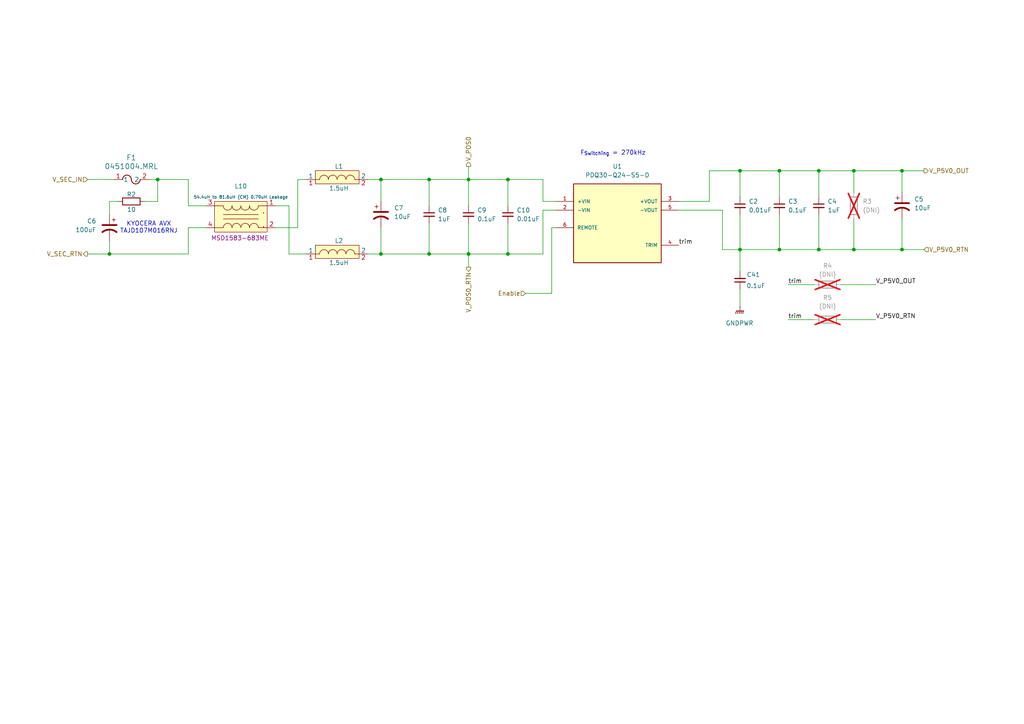
<source format=kicad_sch>
(kicad_sch
	(version 20250114)
	(generator "eeschema")
	(generator_version "9.0")
	(uuid "bf19c0c3-b56e-4d2b-9950-e5342c2f2b95")
	(paper "A4")
	(lib_symbols
		(symbol "CUI:PDQ30-Q24-S5-D"
			(pin_names
				(offset 1.016)
			)
			(exclude_from_sim no)
			(in_bom yes)
			(on_board yes)
			(property "Reference" "U"
				(at -12.7244 10.1795 0)
				(effects
					(font
						(size 1.27 1.27)
					)
					(justify left bottom)
				)
			)
			(property "Value" "PDQ30-Q24-S5-D"
				(at -12.746 -15.2952 0)
				(effects
					(font
						(size 1.27 1.27)
					)
					(justify left bottom)
				)
			)
			(property "Footprint" "CUI:CONV_PDQ30-Q24-S5-D"
				(at 0 0 0)
				(effects
					(font
						(size 1.27 1.27)
					)
					(justify bottom)
					(hide yes)
				)
			)
			(property "Datasheet" "https://www.belfuse.com/media/datasheets/products/power-supplies/PDQ30-D.pdf"
				(at 0 0 0)
				(effects
					(font
						(size 1.27 1.27)
					)
					(hide yes)
				)
			)
			(property "Description" "Isolated Module DC DC Converter 1 Output 5V 6A 9V - 36V Input"
				(at 0 0 0)
				(effects
					(font
						(size 1.27 1.27)
					)
					(hide yes)
				)
			)
			(property "Manufacturer" "CUI Inc"
				(at 0 0 0)
				(effects
					(font
						(size 1.27 1.27)
					)
					(justify bottom)
					(hide yes)
				)
			)
			(property "Man. Part Num" "PDQ30-Q24-S5-D"
				(at 0 0 0)
				(effects
					(font
						(size 1.27 1.27)
					)
					(hide yes)
				)
			)
			(property "Distributor" "Mouser"
				(at 0 0 0)
				(effects
					(font
						(size 1.27 1.27)
					)
					(hide yes)
				)
			)
			(property "Dist. Part Num" "490-PDQ30-Q24-S5-D"
				(at 0 0 0)
				(effects
					(font
						(size 1.27 1.27)
					)
					(hide yes)
				)
			)
			(property "Part Type" "Through Hole"
				(at 0 0 0)
				(effects
					(font
						(size 1.27 1.27)
					)
					(hide yes)
				)
			)
			(property "Package" "-"
				(at 0 0 0)
				(effects
					(font
						(size 1.27 1.27)
					)
					(hide yes)
				)
			)
			(property "Notes" ""
				(at 0 0 0)
				(effects
					(font
						(size 1.27 1.27)
					)
					(hide yes)
				)
			)
			(symbol "PDQ30-Q24-S5-D_0_0"
				(rectangle
					(start -12.7 -12.7)
					(end 12.7 10.16)
					(stroke
						(width 0.254)
						(type default)
					)
					(fill
						(type background)
					)
				)
				(pin input line
					(at -17.78 5.08 0)
					(length 5.08)
					(name "+VIN"
						(effects
							(font
								(size 1.016 1.016)
							)
						)
					)
					(number "1"
						(effects
							(font
								(size 1.016 1.016)
							)
						)
					)
				)
				(pin input line
					(at -17.78 2.54 0)
					(length 5.08)
					(name "-VIN"
						(effects
							(font
								(size 1.016 1.016)
							)
						)
					)
					(number "2"
						(effects
							(font
								(size 1.016 1.016)
							)
						)
					)
				)
				(pin input line
					(at -17.78 -2.54 0)
					(length 5.08)
					(name "REMOTE"
						(effects
							(font
								(size 1.016 1.016)
							)
						)
					)
					(number "6"
						(effects
							(font
								(size 1.016 1.016)
							)
						)
					)
				)
				(pin output line
					(at 17.78 5.08 180)
					(length 5.08)
					(name "+VOUT"
						(effects
							(font
								(size 1.016 1.016)
							)
						)
					)
					(number "3"
						(effects
							(font
								(size 1.016 1.016)
							)
						)
					)
				)
				(pin output line
					(at 17.78 2.54 180)
					(length 5.08)
					(name "-VOUT"
						(effects
							(font
								(size 1.016 1.016)
							)
						)
					)
					(number "5"
						(effects
							(font
								(size 1.016 1.016)
							)
						)
					)
				)
				(pin passive line
					(at 17.78 -7.62 180)
					(length 5.08)
					(name "TRIM"
						(effects
							(font
								(size 1.016 1.016)
							)
						)
					)
					(number "4"
						(effects
							(font
								(size 1.016 1.016)
							)
						)
					)
				)
			)
			(embedded_fonts no)
		)
		(symbol "CoilCraft:MLC7542"
			(pin_names
				(offset 0)
			)
			(exclude_from_sim no)
			(in_bom yes)
			(on_board yes)
			(property "Reference" "L"
				(at 5.334 3.81 0)
				(effects
					(font
						(size 1.27 1.27)
					)
				)
			)
			(property "Value" ""
				(at 6.35 3.302 0)
				(effects
					(font
						(size 1.27 1.27)
					)
				)
			)
			(property "Footprint" ""
				(at 6.35 3.302 0)
				(effects
					(font
						(size 1.27 1.27)
					)
					(hide yes)
				)
			)
			(property "Datasheet" ""
				(at 6.35 3.302 0)
				(effects
					(font
						(size 1.27 1.27)
					)
					(hide yes)
				)
			)
			(property "Description" ""
				(at 6.35 3.302 0)
				(effects
					(font
						(size 1.27 1.27)
					)
					(hide yes)
				)
			)
			(property "Manufacturer" "Coil Craft"
				(at 0 0 0)
				(effects
					(font
						(size 1.27 1.27)
					)
					(hide yes)
				)
			)
			(property "Man. Part Num" ""
				(at 0 0 0)
				(effects
					(font
						(size 1.27 1.27)
					)
					(hide yes)
				)
			)
			(property "Distributor" "Coil Craft"
				(at 0 0 0)
				(effects
					(font
						(size 1.27 1.27)
					)
					(hide yes)
				)
			)
			(property "Dist. Part Num" ""
				(at 0 0 0)
				(effects
					(font
						(size 1.27 1.27)
					)
					(hide yes)
				)
			)
			(property "Package" ""
				(at 0 0 0)
				(effects
					(font
						(size 1.27 1.27)
					)
					(hide yes)
				)
			)
			(property "Notes" ""
				(at 0 0 0)
				(effects
					(font
						(size 1.27 1.27)
					)
					(hide yes)
				)
			)
			(property "Part Type" "SMD"
				(at 0 0 0)
				(effects
					(font
						(size 1.27 1.27)
					)
					(hide yes)
				)
			)
			(symbol "MLC7542_0_1"
				(arc
					(start 1.27 0)
					(mid 1.642 0.898)
					(end 2.54 1.27)
					(stroke
						(width 0)
						(type default)
					)
					(fill
						(type none)
					)
				)
				(arc
					(start 2.54 1.27)
					(mid 3.438 0.898)
					(end 3.81 0)
					(stroke
						(width 0)
						(type default)
					)
					(fill
						(type none)
					)
				)
				(arc
					(start 3.81 0)
					(mid 4.182 0.898)
					(end 5.08 1.27)
					(stroke
						(width 0)
						(type default)
					)
					(fill
						(type none)
					)
				)
				(arc
					(start 5.08 1.27)
					(mid 5.978 0.898)
					(end 6.35 0)
					(stroke
						(width 0)
						(type default)
					)
					(fill
						(type none)
					)
				)
				(arc
					(start 6.35 0)
					(mid 6.722 0.898)
					(end 7.62 1.27)
					(stroke
						(width 0)
						(type default)
					)
					(fill
						(type none)
					)
				)
				(arc
					(start 7.62 1.27)
					(mid 8.518 0.898)
					(end 8.89 0)
					(stroke
						(width 0)
						(type default)
					)
					(fill
						(type none)
					)
				)
				(arc
					(start 8.89 0)
					(mid 9.262 0.898)
					(end 10.16 1.27)
					(stroke
						(width 0)
						(type default)
					)
					(fill
						(type none)
					)
				)
				(arc
					(start 10.16 1.27)
					(mid 11.058 0.898)
					(end 11.43 0)
					(stroke
						(width 0)
						(type default)
					)
					(fill
						(type none)
					)
				)
			)
			(symbol "MLC7542_1_1"
				(rectangle
					(start 0 2.54)
					(end 12.7 -1.27)
					(stroke
						(width 0)
						(type default)
					)
					(fill
						(type background)
					)
				)
				(polyline
					(pts
						(xy 1.27 0) (xy 0 0)
					)
					(stroke
						(width 0)
						(type default)
					)
					(fill
						(type none)
					)
				)
				(polyline
					(pts
						(xy 11.43 0) (xy 12.7 0)
					)
					(stroke
						(width 0)
						(type default)
					)
					(fill
						(type none)
					)
				)
				(pin bidirectional line
					(at -2.54 0 0)
					(length 2.54)
					(name "1"
						(effects
							(font
								(size 1.27 1.27)
							)
						)
					)
					(number "1"
						(effects
							(font
								(size 1.27 1.27)
							)
						)
					)
				)
				(pin bidirectional line
					(at 15.24 0 180)
					(length 2.54)
					(name "2"
						(effects
							(font
								(size 1.27 1.27)
							)
						)
					)
					(number "2"
						(effects
							(font
								(size 1.27 1.27)
							)
						)
					)
				)
			)
			(embedded_fonts no)
		)
		(symbol "CoilCraft:MSD1583-105"
			(exclude_from_sim no)
			(in_bom yes)
			(on_board yes)
			(property "Reference" "L"
				(at -3.81 -2.54 0)
				(effects
					(font
						(size 1.27 1.27)
					)
				)
			)
			(property "Value" "900uH to 1mH (CM) 2uH Leakage"
				(at 20.32 8.89 0)
				(effects
					(font
						(size 1.27 1.27)
					)
				)
			)
			(property "Footprint" "CoilCraft:MSD1583-105"
				(at 20.32 8.89 0)
				(effects
					(font
						(size 1.27 1.27)
					)
					(hide yes)
				)
			)
			(property "Datasheet" "https://www.coilcraft.com/getmedia/ad29d13c-1804-4028-bd90-ce6471403018/msd1583_cm.pdf"
				(at 20.32 8.89 0)
				(effects
					(font
						(size 1.27 1.27)
					)
					(hide yes)
				)
			)
			(property "Description" "Common Mode Chokes – MSD1583"
				(at 20.32 8.89 0)
				(effects
					(font
						(size 1.27 1.27)
					)
					(hide yes)
				)
			)
			(property "Manufacturer" "Coil Craft"
				(at 0 0 0)
				(effects
					(font
						(size 1.27 1.27)
					)
					(hide yes)
				)
			)
			(property "Man. Part Num" "MSD1583-105KE_"
				(at 0 0 0)
				(effects
					(font
						(size 1.27 1.27)
					)
					(hide yes)
				)
			)
			(property "Distributor" "Coil Craft"
				(at 0 0 0)
				(effects
					(font
						(size 1.27 1.27)
					)
					(hide yes)
				)
			)
			(property "Dist. Part Num" "MSD1583-105KE_"
				(at 0 0 0)
				(effects
					(font
						(size 1.27 1.27)
					)
					(hide yes)
				)
			)
			(property "Package" ""
				(at 0 0 0)
				(effects
					(font
						(size 1.27 1.27)
					)
					(hide yes)
				)
			)
			(property "Part Type" "SMD"
				(at 0 0 0)
				(effects
					(font
						(size 1.27 1.27)
					)
					(hide yes)
				)
			)
			(property "Notes" ""
				(at 0 0 0)
				(effects
					(font
						(size 1.27 1.27)
					)
					(hide yes)
				)
			)
			(symbol "MSD1583-105_0_1"
				(arc
					(start 6.35 6.35)
					(mid 5.452 6.722)
					(end 5.08 7.62)
					(stroke
						(width 0)
						(type default)
					)
					(fill
						(type none)
					)
				)
				(arc
					(start 7.62 7.62)
					(mid 7.248 6.722)
					(end 6.35 6.35)
					(stroke
						(width 0)
						(type default)
					)
					(fill
						(type none)
					)
				)
				(arc
					(start 5.0799 1.2701)
					(mid 5.4519 2.1681)
					(end 6.3499 2.5401)
					(stroke
						(width 0)
						(type default)
					)
					(fill
						(type none)
					)
				)
				(arc
					(start 6.3499 2.5401)
					(mid 7.248 2.1682)
					(end 7.6199 1.2701)
					(stroke
						(width 0)
						(type default)
					)
					(fill
						(type none)
					)
				)
				(arc
					(start 8.89 6.35)
					(mid 7.992 6.722)
					(end 7.62 7.62)
					(stroke
						(width 0)
						(type default)
					)
					(fill
						(type none)
					)
				)
				(arc
					(start 10.16 7.62)
					(mid 9.788 6.722)
					(end 8.89 6.35)
					(stroke
						(width 0)
						(type default)
					)
					(fill
						(type none)
					)
				)
				(arc
					(start 7.6199 1.2701)
					(mid 7.9919 2.1681)
					(end 8.8899 2.5401)
					(stroke
						(width 0)
						(type default)
					)
					(fill
						(type none)
					)
				)
				(arc
					(start 8.8899 2.5401)
					(mid 9.788 2.1682)
					(end 10.1599 1.2701)
					(stroke
						(width 0)
						(type default)
					)
					(fill
						(type none)
					)
				)
				(arc
					(start 11.43 6.35)
					(mid 10.532 6.722)
					(end 10.16 7.62)
					(stroke
						(width 0)
						(type default)
					)
					(fill
						(type none)
					)
				)
				(arc
					(start 12.7 7.62)
					(mid 12.328 6.722)
					(end 11.43 6.35)
					(stroke
						(width 0)
						(type default)
					)
					(fill
						(type none)
					)
				)
				(arc
					(start 10.1599 1.2701)
					(mid 10.5319 2.1681)
					(end 11.4299 2.5401)
					(stroke
						(width 0)
						(type default)
					)
					(fill
						(type none)
					)
				)
				(arc
					(start 11.4299 2.5401)
					(mid 12.328 2.1682)
					(end 12.6999 1.2701)
					(stroke
						(width 0)
						(type default)
					)
					(fill
						(type none)
					)
				)
				(arc
					(start 13.97 6.35)
					(mid 13.072 6.722)
					(end 12.7 7.62)
					(stroke
						(width 0)
						(type default)
					)
					(fill
						(type none)
					)
				)
				(arc
					(start 15.24 7.62)
					(mid 14.868 6.722)
					(end 13.97 6.35)
					(stroke
						(width 0)
						(type default)
					)
					(fill
						(type none)
					)
				)
				(arc
					(start 12.6999 1.2701)
					(mid 13.0719 2.1681)
					(end 13.9699 2.5401)
					(stroke
						(width 0)
						(type default)
					)
					(fill
						(type none)
					)
				)
				(arc
					(start 13.9699 2.5401)
					(mid 14.868 2.1682)
					(end 15.2399 1.2701)
					(stroke
						(width 0)
						(type default)
					)
					(fill
						(type none)
					)
				)
				(polyline
					(pts
						(xy 15.24 5.08) (xy 5.08 5.08)
					)
					(stroke
						(width 0)
						(type default)
					)
					(fill
						(type none)
					)
				)
			)
			(symbol "MSD1583-105_1_1"
				(polyline
					(pts
						(xy 5.08 7.62) (xy 2.54 7.62)
					)
					(stroke
						(width 0)
						(type default)
					)
					(fill
						(type none)
					)
				)
				(polyline
					(pts
						(xy 5.08 1.27) (xy 2.54 1.27)
					)
					(stroke
						(width 0)
						(type default)
					)
					(fill
						(type none)
					)
				)
				(polyline
					(pts
						(xy 15.24 7.62) (xy 17.78 7.62)
					)
					(stroke
						(width 0)
						(type default)
					)
					(fill
						(type none)
					)
				)
				(polyline
					(pts
						(xy 15.24 3.81) (xy 5.08 3.81)
					)
					(stroke
						(width 0)
						(type default)
					)
					(fill
						(type none)
					)
				)
				(polyline
					(pts
						(xy 15.24 1.27) (xy 17.78 1.27)
					)
					(stroke
						(width 0)
						(type default)
					)
					(fill
						(type none)
					)
				)
				(rectangle
					(start 17.78 0)
					(end 2.54 8.89)
					(stroke
						(width 0)
						(type default)
					)
					(fill
						(type background)
					)
				)
				(text "."
					(at 16.764 6.096 0)
					(effects
						(font
							(size 1.27 1.27)
						)
					)
				)
				(text "."
					(at 16.764 2.032 0)
					(effects
						(font
							(size 1.27 1.27)
						)
					)
				)
				(pin input line
					(at 0 7.62 0)
					(length 2.54)
					(name ""
						(effects
							(font
								(size 1.27 1.27)
							)
						)
					)
					(number "3"
						(effects
							(font
								(size 1.27 1.27)
							)
						)
					)
				)
				(pin input line
					(at 0 1.27 0)
					(length 2.54)
					(name ""
						(effects
							(font
								(size 1.27 1.27)
							)
						)
					)
					(number "4"
						(effects
							(font
								(size 1.27 1.27)
							)
						)
					)
				)
				(pin input line
					(at 20.32 7.62 180)
					(length 2.54)
					(name ""
						(effects
							(font
								(size 1.27 1.27)
							)
						)
					)
					(number "1"
						(effects
							(font
								(size 1.27 1.27)
							)
						)
					)
				)
				(pin input line
					(at 20.32 1.27 180)
					(length 2.54)
					(name ""
						(effects
							(font
								(size 1.27 1.27)
							)
						)
					)
					(number "2"
						(effects
							(font
								(size 1.27 1.27)
							)
						)
					)
				)
			)
			(embedded_fonts no)
		)
		(symbol "Device:C_Polarized_US"
			(pin_numbers
				(hide yes)
			)
			(pin_names
				(offset 0.254)
				(hide yes)
			)
			(exclude_from_sim no)
			(in_bom yes)
			(on_board yes)
			(property "Reference" "C"
				(at 0.635 2.54 0)
				(effects
					(font
						(size 1.27 1.27)
					)
					(justify left)
				)
			)
			(property "Value" "C_Polarized_US"
				(at 0.635 -2.54 0)
				(effects
					(font
						(size 1.27 1.27)
					)
					(justify left)
				)
			)
			(property "Footprint" ""
				(at 0 0 0)
				(effects
					(font
						(size 1.27 1.27)
					)
					(hide yes)
				)
			)
			(property "Datasheet" "~"
				(at 0 0 0)
				(effects
					(font
						(size 1.27 1.27)
					)
					(hide yes)
				)
			)
			(property "Description" "Polarized capacitor, US symbol"
				(at 0 0 0)
				(effects
					(font
						(size 1.27 1.27)
					)
					(hide yes)
				)
			)
			(property "ki_keywords" "cap capacitor"
				(at 0 0 0)
				(effects
					(font
						(size 1.27 1.27)
					)
					(hide yes)
				)
			)
			(property "ki_fp_filters" "CP_*"
				(at 0 0 0)
				(effects
					(font
						(size 1.27 1.27)
					)
					(hide yes)
				)
			)
			(symbol "C_Polarized_US_0_1"
				(polyline
					(pts
						(xy -2.032 0.762) (xy 2.032 0.762)
					)
					(stroke
						(width 0.508)
						(type default)
					)
					(fill
						(type none)
					)
				)
				(polyline
					(pts
						(xy -1.778 2.286) (xy -0.762 2.286)
					)
					(stroke
						(width 0)
						(type default)
					)
					(fill
						(type none)
					)
				)
				(polyline
					(pts
						(xy -1.27 1.778) (xy -1.27 2.794)
					)
					(stroke
						(width 0)
						(type default)
					)
					(fill
						(type none)
					)
				)
				(arc
					(start -2.032 -1.27)
					(mid 0 -0.5572)
					(end 2.032 -1.27)
					(stroke
						(width 0.508)
						(type default)
					)
					(fill
						(type none)
					)
				)
			)
			(symbol "C_Polarized_US_1_1"
				(pin passive line
					(at 0 3.81 270)
					(length 2.794)
					(name "~"
						(effects
							(font
								(size 1.27 1.27)
							)
						)
					)
					(number "1"
						(effects
							(font
								(size 1.27 1.27)
							)
						)
					)
				)
				(pin passive line
					(at 0 -3.81 90)
					(length 3.302)
					(name "~"
						(effects
							(font
								(size 1.27 1.27)
							)
						)
					)
					(number "2"
						(effects
							(font
								(size 1.27 1.27)
							)
						)
					)
				)
			)
			(embedded_fonts no)
		)
		(symbol "Device:C_Small"
			(pin_numbers
				(hide yes)
			)
			(pin_names
				(offset 0.254)
				(hide yes)
			)
			(exclude_from_sim no)
			(in_bom yes)
			(on_board yes)
			(property "Reference" "C"
				(at 0.254 1.778 0)
				(effects
					(font
						(size 1.27 1.27)
					)
					(justify left)
				)
			)
			(property "Value" "C_Small"
				(at 0.254 -2.032 0)
				(effects
					(font
						(size 1.27 1.27)
					)
					(justify left)
				)
			)
			(property "Footprint" ""
				(at 0 0 0)
				(effects
					(font
						(size 1.27 1.27)
					)
					(hide yes)
				)
			)
			(property "Datasheet" "~"
				(at 0 0 0)
				(effects
					(font
						(size 1.27 1.27)
					)
					(hide yes)
				)
			)
			(property "Description" "Unpolarized capacitor, small symbol"
				(at 0 0 0)
				(effects
					(font
						(size 1.27 1.27)
					)
					(hide yes)
				)
			)
			(property "ki_keywords" "capacitor cap"
				(at 0 0 0)
				(effects
					(font
						(size 1.27 1.27)
					)
					(hide yes)
				)
			)
			(property "ki_fp_filters" "C_*"
				(at 0 0 0)
				(effects
					(font
						(size 1.27 1.27)
					)
					(hide yes)
				)
			)
			(symbol "C_Small_0_1"
				(polyline
					(pts
						(xy -1.524 0.508) (xy 1.524 0.508)
					)
					(stroke
						(width 0.3048)
						(type default)
					)
					(fill
						(type none)
					)
				)
				(polyline
					(pts
						(xy -1.524 -0.508) (xy 1.524 -0.508)
					)
					(stroke
						(width 0.3302)
						(type default)
					)
					(fill
						(type none)
					)
				)
			)
			(symbol "C_Small_1_1"
				(pin passive line
					(at 0 2.54 270)
					(length 2.032)
					(name "~"
						(effects
							(font
								(size 1.27 1.27)
							)
						)
					)
					(number "1"
						(effects
							(font
								(size 1.27 1.27)
							)
						)
					)
				)
				(pin passive line
					(at 0 -2.54 90)
					(length 2.032)
					(name "~"
						(effects
							(font
								(size 1.27 1.27)
							)
						)
					)
					(number "2"
						(effects
							(font
								(size 1.27 1.27)
							)
						)
					)
				)
			)
			(embedded_fonts no)
		)
		(symbol "Device:R"
			(pin_numbers
				(hide yes)
			)
			(pin_names
				(offset 0)
			)
			(exclude_from_sim no)
			(in_bom yes)
			(on_board yes)
			(property "Reference" "R"
				(at 2.032 0 90)
				(effects
					(font
						(size 1.27 1.27)
					)
				)
			)
			(property "Value" "R"
				(at 0 0 90)
				(effects
					(font
						(size 1.27 1.27)
					)
				)
			)
			(property "Footprint" ""
				(at -1.778 0 90)
				(effects
					(font
						(size 1.27 1.27)
					)
					(hide yes)
				)
			)
			(property "Datasheet" "~"
				(at 0 0 0)
				(effects
					(font
						(size 1.27 1.27)
					)
					(hide yes)
				)
			)
			(property "Description" "Resistor"
				(at 0 0 0)
				(effects
					(font
						(size 1.27 1.27)
					)
					(hide yes)
				)
			)
			(property "ki_keywords" "R res resistor"
				(at 0 0 0)
				(effects
					(font
						(size 1.27 1.27)
					)
					(hide yes)
				)
			)
			(property "ki_fp_filters" "R_*"
				(at 0 0 0)
				(effects
					(font
						(size 1.27 1.27)
					)
					(hide yes)
				)
			)
			(symbol "R_0_1"
				(rectangle
					(start -1.016 -2.54)
					(end 1.016 2.54)
					(stroke
						(width 0.254)
						(type default)
					)
					(fill
						(type none)
					)
				)
			)
			(symbol "R_1_1"
				(pin passive line
					(at 0 3.81 270)
					(length 1.27)
					(name "~"
						(effects
							(font
								(size 1.27 1.27)
							)
						)
					)
					(number "1"
						(effects
							(font
								(size 1.27 1.27)
							)
						)
					)
				)
				(pin passive line
					(at 0 -3.81 90)
					(length 1.27)
					(name "~"
						(effects
							(font
								(size 1.27 1.27)
							)
						)
					)
					(number "2"
						(effects
							(font
								(size 1.27 1.27)
							)
						)
					)
				)
			)
			(embedded_fonts no)
		)
		(symbol "Little_Fuse:0451004.MRL"
			(pin_names
				(offset 0.254)
			)
			(exclude_from_sim no)
			(in_bom yes)
			(on_board yes)
			(property "Reference" "F"
				(at 5.08 3.175 0)
				(effects
					(font
						(size 1.524 1.524)
					)
				)
			)
			(property "Value" "0451004.MRL"
				(at 5.08 -3.175 0)
				(effects
					(font
						(size 1.524 1.524)
					)
				)
			)
			(property "Footprint" "Little_Fuse:0451Series_LTF"
				(at 0 0 0)
				(effects
					(font
						(size 1.27 1.27)
						(italic yes)
					)
					(hide yes)
				)
			)
			(property "Datasheet" "https://www.littelfuse.com/assetdocs/littelfuse-fuse-451-453-datasheet?assetguid=533cd5cc-956c-4243-867f-6ab5a62f6ba1"
				(at 0 0 0)
				(effects
					(font
						(size 1.27 1.27)
						(italic yes)
					)
					(hide yes)
				)
			)
			(property "Description" "4 A 125 V 125 V Fuse Board Mount (Cartridge Style Excluded) Surface Mount 2-SMD, Square End Block"
				(at 0 0 0)
				(effects
					(font
						(size 1.27 1.27)
					)
					(hide yes)
				)
			)
			(property "Manufacturer" "Littelfuse Inc."
				(at 0 0 0)
				(effects
					(font
						(size 1.27 1.27)
					)
					(hide yes)
				)
			)
			(property "Man. Part Num" "0451004.MRL"
				(at 0 0 0)
				(effects
					(font
						(size 1.27 1.27)
					)
					(hide yes)
				)
			)
			(property "Distributor" "Digikey"
				(at 0 0 0)
				(effects
					(font
						(size 1.27 1.27)
					)
					(hide yes)
				)
			)
			(property "Dist. Part Num" "F2586CT-ND"
				(at 0 0 0)
				(effects
					(font
						(size 1.27 1.27)
					)
					(hide yes)
				)
			)
			(property "Package" "2-SMD, Square End Block"
				(at 0 0 0)
				(effects
					(font
						(size 1.27 1.27)
					)
					(hide yes)
				)
			)
			(property "Part Type" "SMD"
				(at 0 0 0)
				(effects
					(font
						(size 1.27 1.27)
					)
					(hide yes)
				)
			)
			(property "ki_keywords" "0451004.MRL"
				(at 0 0 0)
				(effects
					(font
						(size 1.27 1.27)
					)
					(hide yes)
				)
			)
			(property "ki_fp_filters" "0154Series_LTF"
				(at 0 0 0)
				(effects
					(font
						(size 1.27 1.27)
					)
					(hide yes)
				)
			)
			(symbol "0451004.MRL_1_1"
				(arc
					(start 2.54 0)
					(mid 3.81 1.2645)
					(end 5.08 0)
					(stroke
						(width 0.254)
						(type default)
					)
					(fill
						(type none)
					)
				)
				(arc
					(start 7.62 0)
					(mid 6.35 -1.2645)
					(end 5.08 0)
					(stroke
						(width 0.254)
						(type default)
					)
					(fill
						(type none)
					)
				)
				(pin unspecified line
					(at 0 0 0)
					(length 2.54)
					(name "1"
						(effects
							(font
								(size 1.27 1.27)
							)
						)
					)
					(number "1"
						(effects
							(font
								(size 1.27 1.27)
							)
						)
					)
				)
				(pin unspecified line
					(at 10.16 0 180)
					(length 2.54)
					(name "2"
						(effects
							(font
								(size 1.27 1.27)
							)
						)
					)
					(number "2"
						(effects
							(font
								(size 1.27 1.27)
							)
						)
					)
				)
			)
			(symbol "0451004.MRL_1_2"
				(arc
					(start 0 7.62)
					(mid 1.2645 6.35)
					(end 0 5.08)
					(stroke
						(width 0.254)
						(type default)
					)
					(fill
						(type none)
					)
				)
				(arc
					(start 0 2.54)
					(mid -1.2645 3.81)
					(end 0 5.08)
					(stroke
						(width 0.254)
						(type default)
					)
					(fill
						(type none)
					)
				)
				(pin unspecified line
					(at 0 10.16 270)
					(length 2.54)
					(name "2"
						(effects
							(font
								(size 1.27 1.27)
							)
						)
					)
					(number "2"
						(effects
							(font
								(size 1.27 1.27)
							)
						)
					)
				)
				(pin unspecified line
					(at 0 0 90)
					(length 2.54)
					(name "1"
						(effects
							(font
								(size 1.27 1.27)
							)
						)
					)
					(number "1"
						(effects
							(font
								(size 1.27 1.27)
							)
						)
					)
				)
			)
			(embedded_fonts no)
		)
		(symbol "Passive_Parts:C"
			(pin_numbers
				(hide yes)
			)
			(pin_names
				(offset 0)
				(hide yes)
			)
			(exclude_from_sim no)
			(in_bom yes)
			(on_board yes)
			(property "Reference" "C"
				(at 2.54 5.08 0)
				(effects
					(font
						(size 1.27 1.27)
					)
				)
			)
			(property "Value" ""
				(at 0 0 0)
				(effects
					(font
						(size 1.27 1.27)
					)
				)
			)
			(property "Footprint" ""
				(at 0 0 0)
				(effects
					(font
						(size 1.27 1.27)
					)
					(hide yes)
				)
			)
			(property "Datasheet" ""
				(at 0 0 0)
				(effects
					(font
						(size 1.27 1.27)
					)
					(hide yes)
				)
			)
			(property "Description" ""
				(at 0 0 0)
				(effects
					(font
						(size 1.27 1.27)
					)
					(hide yes)
				)
			)
			(property "Manufacturer" ""
				(at 0 0 0)
				(effects
					(font
						(size 1.27 1.27)
					)
					(hide yes)
				)
			)
			(property "Man. Part Num" ""
				(at 0 0 0)
				(effects
					(font
						(size 1.27 1.27)
					)
					(hide yes)
				)
			)
			(property "Distributor" "Digi-Key"
				(at 0 0 0)
				(effects
					(font
						(size 1.27 1.27)
					)
					(hide yes)
				)
			)
			(property "Dist. Part Num" ""
				(at 0 0 0)
				(effects
					(font
						(size 1.27 1.27)
					)
					(hide yes)
				)
			)
			(property "Package" ""
				(at 0 0 0)
				(effects
					(font
						(size 1.27 1.27)
					)
					(hide yes)
				)
			)
			(property "Part Type" "SMD"
				(at 0 0 0)
				(effects
					(font
						(size 1.27 1.27)
					)
					(hide yes)
				)
			)
			(property "Notes" ""
				(at 0 0 0)
				(effects
					(font
						(size 1.27 1.27)
					)
					(hide yes)
				)
			)
			(symbol "C_0_1"
				(polyline
					(pts
						(xy 2.032 1.016) (xy 2.032 4.064)
					)
					(stroke
						(width 0.3048)
						(type default)
					)
					(fill
						(type none)
					)
				)
				(polyline
					(pts
						(xy 3.048 1.016) (xy 3.048 4.064)
					)
					(stroke
						(width 0.3302)
						(type default)
					)
					(fill
						(type none)
					)
				)
			)
			(symbol "C_1_1"
				(pin passive line
					(at 0 2.54 0)
					(length 2.032)
					(name "~"
						(effects
							(font
								(size 1.27 1.27)
							)
						)
					)
					(number "1"
						(effects
							(font
								(size 1.27 1.27)
							)
						)
					)
				)
				(pin passive line
					(at 5.08 2.54 180)
					(length 2.032)
					(name "~"
						(effects
							(font
								(size 1.27 1.27)
							)
						)
					)
					(number "2"
						(effects
							(font
								(size 1.27 1.27)
							)
						)
					)
				)
			)
			(embedded_fonts no)
		)
		(symbol "power:GNDPWR"
			(power)
			(pin_numbers
				(hide yes)
			)
			(pin_names
				(offset 0)
				(hide yes)
			)
			(exclude_from_sim no)
			(in_bom yes)
			(on_board yes)
			(property "Reference" "#PWR"
				(at 0 -5.08 0)
				(effects
					(font
						(size 1.27 1.27)
					)
					(hide yes)
				)
			)
			(property "Value" "GNDPWR"
				(at 0 -3.302 0)
				(effects
					(font
						(size 1.27 1.27)
					)
				)
			)
			(property "Footprint" ""
				(at 0 -1.27 0)
				(effects
					(font
						(size 1.27 1.27)
					)
					(hide yes)
				)
			)
			(property "Datasheet" ""
				(at 0 -1.27 0)
				(effects
					(font
						(size 1.27 1.27)
					)
					(hide yes)
				)
			)
			(property "Description" "Power symbol creates a global label with name \"GNDPWR\" , global ground"
				(at 0 0 0)
				(effects
					(font
						(size 1.27 1.27)
					)
					(hide yes)
				)
			)
			(property "ki_keywords" "global ground"
				(at 0 0 0)
				(effects
					(font
						(size 1.27 1.27)
					)
					(hide yes)
				)
			)
			(symbol "GNDPWR_0_1"
				(polyline
					(pts
						(xy -1.016 -1.27) (xy -1.27 -2.032) (xy -1.27 -2.032)
					)
					(stroke
						(width 0.2032)
						(type default)
					)
					(fill
						(type none)
					)
				)
				(polyline
					(pts
						(xy -0.508 -1.27) (xy -0.762 -2.032) (xy -0.762 -2.032)
					)
					(stroke
						(width 0.2032)
						(type default)
					)
					(fill
						(type none)
					)
				)
				(polyline
					(pts
						(xy 0 -1.27) (xy 0 0)
					)
					(stroke
						(width 0)
						(type default)
					)
					(fill
						(type none)
					)
				)
				(polyline
					(pts
						(xy 0 -1.27) (xy -0.254 -2.032) (xy -0.254 -2.032)
					)
					(stroke
						(width 0.2032)
						(type default)
					)
					(fill
						(type none)
					)
				)
				(polyline
					(pts
						(xy 0.508 -1.27) (xy 0.254 -2.032) (xy 0.254 -2.032)
					)
					(stroke
						(width 0.2032)
						(type default)
					)
					(fill
						(type none)
					)
				)
				(polyline
					(pts
						(xy 1.016 -1.27) (xy -1.016 -1.27) (xy -1.016 -1.27)
					)
					(stroke
						(width 0.2032)
						(type default)
					)
					(fill
						(type none)
					)
				)
				(polyline
					(pts
						(xy 1.016 -1.27) (xy 0.762 -2.032) (xy 0.762 -2.032) (xy 0.762 -2.032)
					)
					(stroke
						(width 0.2032)
						(type default)
					)
					(fill
						(type none)
					)
				)
			)
			(symbol "GNDPWR_1_1"
				(pin power_in line
					(at 0 0 270)
					(length 0)
					(name "~"
						(effects
							(font
								(size 1.27 1.27)
							)
						)
					)
					(number "1"
						(effects
							(font
								(size 1.27 1.27)
							)
						)
					)
				)
			)
			(embedded_fonts no)
		)
	)
	(text "KYOCERA AVX\nTAJD107M016RNJ"
		(exclude_from_sim no)
		(at 43.18 66.04 0)
		(effects
			(font
				(size 1.27 1.27)
			)
		)
		(uuid "5ce10357-b0da-49b2-98fb-6d6d090bd0d4")
	)
	(text "F_{Switching} = 270kHz"
		(exclude_from_sim no)
		(at 177.8 44.45 0)
		(effects
			(font
				(size 1.27 1.27)
			)
		)
		(uuid "cf1cbb23-aeb0-4d48-bbc5-a59eb1cc99a0")
	)
	(junction
		(at 135.89 52.07)
		(diameter 0)
		(color 0 0 0 0)
		(uuid "01166e69-18b4-46c3-b81c-224e625f9609")
	)
	(junction
		(at 147.32 73.66)
		(diameter 0)
		(color 0 0 0 0)
		(uuid "058e6c46-b964-46f3-9032-1f8422f0a7c0")
	)
	(junction
		(at 31.75 73.66)
		(diameter 0)
		(color 0 0 0 0)
		(uuid "07915cfa-b83a-4c64-8cc8-2d17d853b601")
	)
	(junction
		(at 237.49 49.53)
		(diameter 0)
		(color 0 0 0 0)
		(uuid "0a078487-5646-4bb5-9978-c2fe98858353")
	)
	(junction
		(at 214.63 49.53)
		(diameter 0)
		(color 0 0 0 0)
		(uuid "2128a11d-0fd7-4799-a996-c7e8126303e5")
	)
	(junction
		(at 261.62 49.53)
		(diameter 0)
		(color 0 0 0 0)
		(uuid "242b59ab-6179-43c7-85db-86e7652710c1")
	)
	(junction
		(at 247.65 72.39)
		(diameter 0)
		(color 0 0 0 0)
		(uuid "297fa1ac-17f8-4be9-868d-27f57e4fa55e")
	)
	(junction
		(at 147.32 52.07)
		(diameter 0)
		(color 0 0 0 0)
		(uuid "4183ee69-e3ca-4ac6-aadc-787134674778")
	)
	(junction
		(at 214.63 72.39)
		(diameter 0)
		(color 0 0 0 0)
		(uuid "432da22d-9c73-45a2-883d-afb4bac5b57b")
	)
	(junction
		(at 124.46 52.07)
		(diameter 0)
		(color 0 0 0 0)
		(uuid "5720d636-8a13-4b8f-9142-924df0b448eb")
	)
	(junction
		(at 110.49 52.07)
		(diameter 0)
		(color 0 0 0 0)
		(uuid "5aff9b5f-3f53-467c-99ce-63cfd615f4cb")
	)
	(junction
		(at 45.72 52.07)
		(diameter 0)
		(color 0 0 0 0)
		(uuid "666d8206-864c-4528-86bc-4e03f3a442f5")
	)
	(junction
		(at 226.06 49.53)
		(diameter 0)
		(color 0 0 0 0)
		(uuid "67c2493e-2a61-4b07-9048-6bf4b0c854c9")
	)
	(junction
		(at 135.89 73.66)
		(diameter 0)
		(color 0 0 0 0)
		(uuid "75d598f6-0c37-45a0-a4aa-6ebdfa599b34")
	)
	(junction
		(at 110.49 73.66)
		(diameter 0)
		(color 0 0 0 0)
		(uuid "799036f0-80de-46d7-9dc6-9ab9182a9ca8")
	)
	(junction
		(at 237.49 72.39)
		(diameter 0)
		(color 0 0 0 0)
		(uuid "afd2d819-95f6-4f3a-be10-69573fffcad8")
	)
	(junction
		(at 226.06 72.39)
		(diameter 0)
		(color 0 0 0 0)
		(uuid "c0d8f810-6c81-42d6-9d96-10a36be1b66a")
	)
	(junction
		(at 124.46 73.66)
		(diameter 0)
		(color 0 0 0 0)
		(uuid "c3c565c2-176e-434d-82cf-2598f38452d8")
	)
	(junction
		(at 261.62 72.39)
		(diameter 0)
		(color 0 0 0 0)
		(uuid "ccf458a7-54ae-409f-bf03-afde053a34b3")
	)
	(junction
		(at 247.65 49.53)
		(diameter 0)
		(color 0 0 0 0)
		(uuid "ffdc4c4c-6d20-40e9-b0ca-201fdbc5bc93")
	)
	(wire
		(pts
			(xy 31.75 69.85) (xy 31.75 73.66)
		)
		(stroke
			(width 0)
			(type default)
		)
		(uuid "042fa82d-5443-4d43-a627-8b9e8ac3346f")
	)
	(wire
		(pts
			(xy 214.63 49.53) (xy 214.63 57.15)
		)
		(stroke
			(width 0)
			(type default)
		)
		(uuid "05d6d4a4-0037-4b6c-b5e8-6182b47fc83a")
	)
	(wire
		(pts
			(xy 205.74 49.53) (xy 205.74 58.42)
		)
		(stroke
			(width 0)
			(type default)
		)
		(uuid "0654fb99-128f-48a4-866b-31f8d4053ce9")
	)
	(wire
		(pts
			(xy 59.69 66.04) (xy 54.61 66.04)
		)
		(stroke
			(width 0)
			(type default)
		)
		(uuid "068c19a2-69c8-4b1b-a65f-aaa8be71a6bd")
	)
	(wire
		(pts
			(xy 83.82 59.69) (xy 83.82 73.66)
		)
		(stroke
			(width 0)
			(type default)
		)
		(uuid "0b8a8eb6-39bc-47b9-b3ef-2e84a6710e5f")
	)
	(wire
		(pts
			(xy 157.48 52.07) (xy 157.48 58.42)
		)
		(stroke
			(width 0)
			(type default)
		)
		(uuid "1a3801cc-4b62-42fd-b275-66b4bc74082f")
	)
	(wire
		(pts
			(xy 43.18 52.07) (xy 45.72 52.07)
		)
		(stroke
			(width 0)
			(type default)
		)
		(uuid "1cc01156-42f8-4272-9c5a-bbcb852a1b99")
	)
	(wire
		(pts
			(xy 214.63 49.53) (xy 226.06 49.53)
		)
		(stroke
			(width 0)
			(type default)
		)
		(uuid "1e090e2d-69be-4fb2-a403-e8eacc61a2f1")
	)
	(wire
		(pts
			(xy 83.82 73.66) (xy 88.9 73.66)
		)
		(stroke
			(width 0)
			(type default)
		)
		(uuid "1e739d39-2730-42cd-b958-90f716856852")
	)
	(wire
		(pts
			(xy 214.63 72.39) (xy 214.63 78.74)
		)
		(stroke
			(width 0)
			(type default)
		)
		(uuid "20f36a0b-c01b-4da1-8906-f09931d9c76d")
	)
	(wire
		(pts
			(xy 45.72 52.07) (xy 54.61 52.07)
		)
		(stroke
			(width 0)
			(type default)
		)
		(uuid "25841841-0c14-4fdd-920e-dbec21890089")
	)
	(wire
		(pts
			(xy 147.32 73.66) (xy 135.89 73.66)
		)
		(stroke
			(width 0)
			(type default)
		)
		(uuid "26ff9746-0b05-4d55-bac4-cf40409c7a1b")
	)
	(wire
		(pts
			(xy 247.65 49.53) (xy 261.62 49.53)
		)
		(stroke
			(width 0)
			(type default)
		)
		(uuid "28cfa85c-d744-478e-a2dd-c7c2c0498cd8")
	)
	(wire
		(pts
			(xy 205.74 49.53) (xy 214.63 49.53)
		)
		(stroke
			(width 0)
			(type default)
		)
		(uuid "2e7dadd6-2aa9-4e59-8142-1366f35a92c5")
	)
	(wire
		(pts
			(xy 226.06 62.23) (xy 226.06 72.39)
		)
		(stroke
			(width 0)
			(type default)
		)
		(uuid "2e90572e-55ef-46e3-a337-ad30ea0b8da3")
	)
	(wire
		(pts
			(xy 45.72 58.42) (xy 41.91 58.42)
		)
		(stroke
			(width 0)
			(type default)
		)
		(uuid "31e09a8e-36e1-43c2-91c9-3c9612a5c8a4")
	)
	(wire
		(pts
			(xy 80.01 66.04) (xy 86.36 66.04)
		)
		(stroke
			(width 0)
			(type default)
		)
		(uuid "341c83a6-69b4-4594-bf6a-eccb43f05f48")
	)
	(wire
		(pts
			(xy 54.61 66.04) (xy 54.61 73.66)
		)
		(stroke
			(width 0)
			(type default)
		)
		(uuid "348e291d-efc5-4300-bc8b-ed17fb89239b")
	)
	(wire
		(pts
			(xy 237.49 49.53) (xy 247.65 49.53)
		)
		(stroke
			(width 0)
			(type default)
		)
		(uuid "37d151fa-d402-41c9-92ce-f30f2ded4753")
	)
	(wire
		(pts
			(xy 160.02 66.04) (xy 160.02 85.09)
		)
		(stroke
			(width 0)
			(type default)
		)
		(uuid "3ee9deaf-40ed-4cb7-91b1-0d2efad9d6bc")
	)
	(wire
		(pts
			(xy 135.89 73.66) (xy 124.46 73.66)
		)
		(stroke
			(width 0)
			(type default)
		)
		(uuid "4092077b-a837-47a3-b2a0-8f658784ee9e")
	)
	(wire
		(pts
			(xy 237.49 72.39) (xy 247.65 72.39)
		)
		(stroke
			(width 0)
			(type default)
		)
		(uuid "40b52856-d761-4d01-9bff-d8162bb35562")
	)
	(wire
		(pts
			(xy 209.55 60.96) (xy 209.55 72.39)
		)
		(stroke
			(width 0)
			(type default)
		)
		(uuid "47b2432a-e1f7-46ad-aafb-c02e014faa8e")
	)
	(wire
		(pts
			(xy 147.32 52.07) (xy 147.32 59.69)
		)
		(stroke
			(width 0)
			(type default)
		)
		(uuid "4b058923-b7f8-46ba-a291-7099d037ecdd")
	)
	(wire
		(pts
			(xy 110.49 73.66) (xy 124.46 73.66)
		)
		(stroke
			(width 0)
			(type default)
		)
		(uuid "4ce3a08e-71e7-4d8a-924a-9b002ceae820")
	)
	(wire
		(pts
			(xy 110.49 52.07) (xy 124.46 52.07)
		)
		(stroke
			(width 0)
			(type default)
		)
		(uuid "4d4e94eb-d958-4c9a-86ee-5a425495671b")
	)
	(wire
		(pts
			(xy 80.01 59.69) (xy 83.82 59.69)
		)
		(stroke
			(width 0)
			(type default)
		)
		(uuid "4df9063a-92c4-4efe-a70e-999a39ca1095")
	)
	(wire
		(pts
			(xy 228.6 92.71) (xy 236.22 92.71)
		)
		(stroke
			(width 0)
			(type default)
		)
		(uuid "4eda1c53-2818-4068-ae66-1009861fe6ed")
	)
	(wire
		(pts
			(xy 135.89 64.77) (xy 135.89 73.66)
		)
		(stroke
			(width 0)
			(type default)
		)
		(uuid "4f6d54be-3815-49f4-ab7c-d6ce2a797058")
	)
	(wire
		(pts
			(xy 86.36 52.07) (xy 88.9 52.07)
		)
		(stroke
			(width 0)
			(type default)
		)
		(uuid "524a40a3-9aa9-4348-a3a7-0447c19ea41f")
	)
	(wire
		(pts
			(xy 214.63 62.23) (xy 214.63 72.39)
		)
		(stroke
			(width 0)
			(type default)
		)
		(uuid "53734d7a-cccf-4273-9df4-0be89158062e")
	)
	(wire
		(pts
			(xy 247.65 63.5) (xy 247.65 72.39)
		)
		(stroke
			(width 0)
			(type default)
		)
		(uuid "557532d8-e682-4f62-9f6b-d8c39f4e2417")
	)
	(wire
		(pts
			(xy 157.48 60.96) (xy 161.29 60.96)
		)
		(stroke
			(width 0)
			(type default)
		)
		(uuid "55903da3-de72-4e49-af8d-92e085341ef5")
	)
	(wire
		(pts
			(xy 196.85 60.96) (xy 209.55 60.96)
		)
		(stroke
			(width 0)
			(type default)
		)
		(uuid "55a7d03b-b342-438c-916c-9c5aac931677")
	)
	(wire
		(pts
			(xy 135.89 73.66) (xy 135.89 77.47)
		)
		(stroke
			(width 0)
			(type default)
		)
		(uuid "56e28139-f4d5-4c1d-ba63-3711a6f20da4")
	)
	(wire
		(pts
			(xy 161.29 66.04) (xy 160.02 66.04)
		)
		(stroke
			(width 0)
			(type default)
		)
		(uuid "57e27743-89dd-4d74-9f9b-481cedc686fd")
	)
	(wire
		(pts
			(xy 261.62 55.88) (xy 261.62 49.53)
		)
		(stroke
			(width 0)
			(type default)
		)
		(uuid "5d684c77-1c74-4f9e-9b94-4e5ce467837c")
	)
	(wire
		(pts
			(xy 135.89 52.07) (xy 135.89 59.69)
		)
		(stroke
			(width 0)
			(type default)
		)
		(uuid "63f6b0b7-212b-4d56-bf09-883808501f90")
	)
	(wire
		(pts
			(xy 237.49 62.23) (xy 237.49 72.39)
		)
		(stroke
			(width 0)
			(type default)
		)
		(uuid "68022272-19ad-45f1-b0fb-27d4f75f20bf")
	)
	(wire
		(pts
			(xy 157.48 58.42) (xy 161.29 58.42)
		)
		(stroke
			(width 0)
			(type default)
		)
		(uuid "6bd8aaec-a355-4888-b35a-b778fc5a3aab")
	)
	(wire
		(pts
			(xy 261.62 63.5) (xy 261.62 72.39)
		)
		(stroke
			(width 0)
			(type default)
		)
		(uuid "6cf8fa9d-e57c-407d-b677-5877e9090fc2")
	)
	(wire
		(pts
			(xy 261.62 72.39) (xy 267.97 72.39)
		)
		(stroke
			(width 0)
			(type default)
		)
		(uuid "6d24d4c6-3f00-4790-856e-53a4f2a145b2")
	)
	(wire
		(pts
			(xy 110.49 66.04) (xy 110.49 73.66)
		)
		(stroke
			(width 0)
			(type default)
		)
		(uuid "73460784-7dcc-466c-a4e2-ce9a616a5a04")
	)
	(wire
		(pts
			(xy 31.75 58.42) (xy 31.75 62.23)
		)
		(stroke
			(width 0)
			(type default)
		)
		(uuid "7804c33a-cdbe-4b42-ad76-7b436d2ad6d4")
	)
	(wire
		(pts
			(xy 86.36 66.04) (xy 86.36 52.07)
		)
		(stroke
			(width 0)
			(type default)
		)
		(uuid "7b6e52d4-2909-4d5d-b405-51f924179a84")
	)
	(wire
		(pts
			(xy 214.63 72.39) (xy 226.06 72.39)
		)
		(stroke
			(width 0)
			(type default)
		)
		(uuid "7c962134-ed92-4d36-93d6-9957e5b320e9")
	)
	(wire
		(pts
			(xy 237.49 49.53) (xy 237.49 57.15)
		)
		(stroke
			(width 0)
			(type default)
		)
		(uuid "81967c14-808e-46cb-a01b-1f930b31d7d9")
	)
	(wire
		(pts
			(xy 135.89 52.07) (xy 147.32 52.07)
		)
		(stroke
			(width 0)
			(type default)
		)
		(uuid "82ba3d0f-0de2-4d4b-a578-abf3403b71bf")
	)
	(wire
		(pts
			(xy 214.63 83.82) (xy 214.63 88.9)
		)
		(stroke
			(width 0)
			(type default)
		)
		(uuid "884aafe8-78b6-411e-817f-e255069ab961")
	)
	(wire
		(pts
			(xy 147.32 52.07) (xy 157.48 52.07)
		)
		(stroke
			(width 0)
			(type default)
		)
		(uuid "8ea36879-afc7-4b0d-82b1-61996a6e2b84")
	)
	(wire
		(pts
			(xy 209.55 72.39) (xy 214.63 72.39)
		)
		(stroke
			(width 0)
			(type default)
		)
		(uuid "92d3f50e-ff61-4e60-b3f3-fb2c6bafb0e4")
	)
	(wire
		(pts
			(xy 135.89 48.26) (xy 135.89 52.07)
		)
		(stroke
			(width 0)
			(type default)
		)
		(uuid "986758b3-c0a0-4ae1-b1d7-069c44d1b447")
	)
	(wire
		(pts
			(xy 45.72 52.07) (xy 45.72 58.42)
		)
		(stroke
			(width 0)
			(type default)
		)
		(uuid "9c41fe00-353a-4472-b4d7-b82d2eed7e26")
	)
	(wire
		(pts
			(xy 228.6 82.55) (xy 236.22 82.55)
		)
		(stroke
			(width 0)
			(type default)
		)
		(uuid "a020e2f9-ee1f-40ce-8e42-8e07b1821c74")
	)
	(wire
		(pts
			(xy 54.61 52.07) (xy 54.61 59.69)
		)
		(stroke
			(width 0)
			(type default)
		)
		(uuid "a110c56e-6b99-4d2a-a4d1-a81d2f11fcaa")
	)
	(wire
		(pts
			(xy 110.49 52.07) (xy 106.68 52.07)
		)
		(stroke
			(width 0)
			(type default)
		)
		(uuid "a345cbaa-e2df-4e73-aa23-5c82b668474a")
	)
	(wire
		(pts
			(xy 243.84 92.71) (xy 254 92.71)
		)
		(stroke
			(width 0)
			(type default)
		)
		(uuid "a553ac50-19d9-45bf-8901-262367cdc11b")
	)
	(wire
		(pts
			(xy 34.29 58.42) (xy 31.75 58.42)
		)
		(stroke
			(width 0)
			(type default)
		)
		(uuid "a73af2da-a314-4749-883d-5402496d5205")
	)
	(wire
		(pts
			(xy 110.49 58.42) (xy 110.49 52.07)
		)
		(stroke
			(width 0)
			(type default)
		)
		(uuid "ad58422c-af25-47fd-bcc5-6070961548f3")
	)
	(wire
		(pts
			(xy 247.65 72.39) (xy 261.62 72.39)
		)
		(stroke
			(width 0)
			(type default)
		)
		(uuid "adb57abf-9acd-4426-9763-58be8fe8afa1")
	)
	(wire
		(pts
			(xy 226.06 72.39) (xy 237.49 72.39)
		)
		(stroke
			(width 0)
			(type default)
		)
		(uuid "adefd214-7006-4103-920b-b7fffe5e60eb")
	)
	(wire
		(pts
			(xy 157.48 60.96) (xy 157.48 73.66)
		)
		(stroke
			(width 0)
			(type default)
		)
		(uuid "b413be3a-d76b-4702-8a0a-e2ff86146f6a")
	)
	(wire
		(pts
			(xy 54.61 59.69) (xy 59.69 59.69)
		)
		(stroke
			(width 0)
			(type default)
		)
		(uuid "b7183a4e-748f-4528-89a1-b6a67c69c0e0")
	)
	(wire
		(pts
			(xy 31.75 73.66) (xy 54.61 73.66)
		)
		(stroke
			(width 0)
			(type default)
		)
		(uuid "b930342a-6ec5-46c6-9097-619a0e7f38d6")
	)
	(wire
		(pts
			(xy 152.4 85.09) (xy 160.02 85.09)
		)
		(stroke
			(width 0)
			(type default)
		)
		(uuid "c78b561b-d116-45be-960f-f96823bc17f5")
	)
	(wire
		(pts
			(xy 25.4 73.66) (xy 31.75 73.66)
		)
		(stroke
			(width 0)
			(type default)
		)
		(uuid "c98e4628-3647-45fd-a237-77a1d33ef3eb")
	)
	(wire
		(pts
			(xy 110.49 73.66) (xy 106.68 73.66)
		)
		(stroke
			(width 0)
			(type default)
		)
		(uuid "ca2617f0-bcd0-4206-b2b9-e80a8cc6a34c")
	)
	(wire
		(pts
			(xy 247.65 49.53) (xy 247.65 55.88)
		)
		(stroke
			(width 0)
			(type default)
		)
		(uuid "ce9bbd52-83b4-419f-8989-03f57ad0f40b")
	)
	(wire
		(pts
			(xy 25.4 52.07) (xy 33.02 52.07)
		)
		(stroke
			(width 0)
			(type default)
		)
		(uuid "cfaa8334-5373-4717-8426-9f72fd85f9f2")
	)
	(wire
		(pts
			(xy 226.06 49.53) (xy 237.49 49.53)
		)
		(stroke
			(width 0)
			(type default)
		)
		(uuid "d0cc6fcc-1b8e-4d98-9183-6029290fc510")
	)
	(wire
		(pts
			(xy 124.46 64.77) (xy 124.46 73.66)
		)
		(stroke
			(width 0)
			(type default)
		)
		(uuid "d679fbd7-dc8b-43ce-bf09-da96d089d255")
	)
	(wire
		(pts
			(xy 205.74 58.42) (xy 196.85 58.42)
		)
		(stroke
			(width 0)
			(type default)
		)
		(uuid "d6c1f91e-971b-49d4-b482-8bb8007100fe")
	)
	(wire
		(pts
			(xy 226.06 49.53) (xy 226.06 57.15)
		)
		(stroke
			(width 0)
			(type default)
		)
		(uuid "d8a4cb92-a0ab-4bfe-9b96-4d815b255edd")
	)
	(wire
		(pts
			(xy 243.84 82.55) (xy 254 82.55)
		)
		(stroke
			(width 0)
			(type default)
		)
		(uuid "de8a44e6-4331-42b1-9f28-66d6e81ec4a4")
	)
	(wire
		(pts
			(xy 124.46 52.07) (xy 135.89 52.07)
		)
		(stroke
			(width 0)
			(type default)
		)
		(uuid "e9009276-ecc1-411d-9eb6-e6490a6902d3")
	)
	(wire
		(pts
			(xy 157.48 73.66) (xy 147.32 73.66)
		)
		(stroke
			(width 0)
			(type default)
		)
		(uuid "eedda4bd-4955-49a5-b2ae-54e74faf0234")
	)
	(wire
		(pts
			(xy 124.46 52.07) (xy 124.46 59.69)
		)
		(stroke
			(width 0)
			(type default)
		)
		(uuid "f742f6bb-5561-4576-a8a3-a63f124b3910")
	)
	(wire
		(pts
			(xy 261.62 49.53) (xy 267.97 49.53)
		)
		(stroke
			(width 0)
			(type default)
		)
		(uuid "fb38070a-2716-4882-acf1-7d32ea1383ad")
	)
	(wire
		(pts
			(xy 147.32 64.77) (xy 147.32 73.66)
		)
		(stroke
			(width 0)
			(type default)
		)
		(uuid "fc6beac5-4a0c-4d1e-8d62-15f6e27dbd2d")
	)
	(label "trim"
		(at 228.6 82.55 0)
		(effects
			(font
				(size 1.27 1.27)
			)
			(justify left bottom)
		)
		(uuid "0dfc4275-68ad-414b-adeb-0f0898770ea5")
	)
	(label "trim"
		(at 196.85 71.12 0)
		(effects
			(font
				(size 1.27 1.27)
			)
			(justify left bottom)
		)
		(uuid "3964651e-65e0-457e-899c-bdc5c5652d57")
	)
	(label "V_P5V0_OUT"
		(at 254 82.55 0)
		(effects
			(font
				(size 1.27 1.27)
			)
			(justify left bottom)
		)
		(uuid "3c32fb6c-864c-48dc-8eaa-6ea39871cb5e")
	)
	(label "V_P5V0_RTN"
		(at 254 92.71 0)
		(effects
			(font
				(size 1.27 1.27)
			)
			(justify left bottom)
		)
		(uuid "3d8c7b2e-e56f-4199-89e1-99221f65fad1")
	)
	(label "trim"
		(at 228.6 92.71 0)
		(effects
			(font
				(size 1.27 1.27)
			)
			(justify left bottom)
		)
		(uuid "cbe0f0ea-22a8-47b8-bc61-c5e871dfd43e")
	)
	(hierarchical_label "V_POS0"
		(shape output)
		(at 135.89 48.26 90)
		(effects
			(font
				(size 1.27 1.27)
			)
			(justify left)
		)
		(uuid "2bb16a6a-e732-469a-afeb-272ee5843aaa")
	)
	(hierarchical_label "V_POS0_RTN"
		(shape output)
		(at 135.89 77.47 270)
		(effects
			(font
				(size 1.27 1.27)
			)
			(justify right)
		)
		(uuid "2e802878-4db4-45a4-94d5-473b3c9e9864")
	)
	(hierarchical_label "V_P5V0_RTN"
		(shape input)
		(at 267.97 72.39 0)
		(effects
			(font
				(size 1.27 1.27)
			)
			(justify left)
		)
		(uuid "498d13ca-8dce-4d5a-83a3-b2c59de3f52d")
	)
	(hierarchical_label "Enable"
		(shape input)
		(at 152.4 85.09 180)
		(effects
			(font
				(size 1.27 1.27)
			)
			(justify right)
		)
		(uuid "985a55e3-601f-4faa-9e5a-257a4c0f2dae")
	)
	(hierarchical_label "V_P5V0_OUT"
		(shape output)
		(at 267.97 49.53 0)
		(effects
			(font
				(size 1.27 1.27)
			)
			(justify left)
		)
		(uuid "a3e58fc2-df47-4db0-94de-36872b5fde0f")
	)
	(hierarchical_label "V_SEC_RTN"
		(shape output)
		(at 25.4 73.66 180)
		(effects
			(font
				(size 1.27 1.27)
			)
			(justify right)
		)
		(uuid "ae0cbb01-444f-45da-91b0-cc2d28277d84")
	)
	(hierarchical_label "V_SEC_IN"
		(shape input)
		(at 25.4 52.07 180)
		(effects
			(font
				(size 1.27 1.27)
			)
			(justify right)
		)
		(uuid "bbb92797-815e-46ce-b04c-9544b8dd2e42")
	)
	(symbol
		(lib_id "Device:R")
		(at 247.65 59.69 0)
		(unit 1)
		(exclude_from_sim no)
		(in_bom yes)
		(on_board yes)
		(dnp yes)
		(fields_autoplaced yes)
		(uuid "075ed9ef-d928-4f7d-b03b-65569e568cbe")
		(property "Reference" "R3"
			(at 250.19 58.4199 0)
			(effects
				(font
					(size 1.27 1.27)
				)
				(justify left)
			)
		)
		(property "Value" "(DNI)"
			(at 250.19 60.9599 0)
			(effects
				(font
					(size 1.27 1.27)
				)
				(justify left)
			)
		)
		(property "Footprint" "Resistor_SMD:R_0805_2012Metric"
			(at 245.872 59.69 90)
			(effects
				(font
					(size 1.27 1.27)
				)
				(hide yes)
			)
		)
		(property "Datasheet" "~"
			(at 247.65 59.69 0)
			(effects
				(font
					(size 1.27 1.27)
				)
				(hide yes)
			)
		)
		(property "Description" "Resistor"
			(at 247.65 59.69 0)
			(effects
				(font
					(size 1.27 1.27)
				)
				(hide yes)
			)
		)
		(pin "1"
			(uuid "340920df-0161-4fb9-adf0-b5e7ba142a0d")
		)
		(pin "2"
			(uuid "3b675fc6-04d9-49be-8226-0bb5791735aa")
		)
		(instances
			(project "10_TOF_BIAS_PDU"
				(path "/3f485cd8-51c7-4446-8da6-4e3aaaa590b2/e54445ea-e95a-4004-988c-18b129fc80fa/d51b2f8c-9e8b-4810-b983-04e40ee8e434"
					(reference "R3")
					(unit 1)
				)
			)
		)
	)
	(symbol
		(lib_id "CoilCraft:MSD1583-105")
		(at 59.69 67.31 0)
		(unit 1)
		(exclude_from_sim no)
		(in_bom yes)
		(on_board yes)
		(dnp no)
		(uuid "0d2b32df-13da-43c0-8604-343333f1787c")
		(property "Reference" "L10"
			(at 69.85 54.0053 0)
			(effects
				(font
					(size 1.27 1.27)
				)
			)
		)
		(property "Value" "54.4uH to 81.6uH (CM) 0.79uH Leakage"
			(at 69.85 57.15 0)
			(effects
				(font
					(size 0.889 0.889)
				)
			)
		)
		(property "Footprint" "CoilCraft:MSD1583-105"
			(at 80.01 58.42 0)
			(effects
				(font
					(size 1.27 1.27)
				)
				(hide yes)
			)
		)
		(property "Datasheet" "https://www.coilcraft.com/getmedia/ad29d13c-1804-4028-bd90-ce6471403018/msd1583_cm.pdf"
			(at 80.01 58.42 0)
			(effects
				(font
					(size 1.27 1.27)
				)
				(hide yes)
			)
		)
		(property "Description" "Common Mode Chokes – MSD1583"
			(at 80.01 58.42 0)
			(effects
				(font
					(size 1.27 1.27)
				)
				(hide yes)
			)
		)
		(property "Manufacturer" "Coil Craft"
			(at 59.69 67.31 0)
			(effects
				(font
					(size 1.27 1.27)
				)
				(hide yes)
			)
		)
		(property "Man. Part Num" "MSD1583-683ME"
			(at 69.6066 69.0314 0)
			(effects
				(font
					(size 1.27 1.27)
				)
			)
		)
		(property "Distributor" "Coil Craft"
			(at 59.69 67.31 0)
			(effects
				(font
					(size 1.27 1.27)
				)
				(hide yes)
			)
		)
		(property "Dist. Part Num" "MSD1583-683ME"
			(at 59.69 67.31 0)
			(effects
				(font
					(size 1.27 1.27)
				)
				(hide yes)
			)
		)
		(property "Package" ""
			(at 59.69 67.31 0)
			(effects
				(font
					(size 1.27 1.27)
				)
				(hide yes)
			)
		)
		(property "Part Type" "SMD"
			(at 59.69 67.31 0)
			(effects
				(font
					(size 1.27 1.27)
				)
				(hide yes)
			)
		)
		(property "Notes" ""
			(at 59.69 67.31 0)
			(effects
				(font
					(size 1.27 1.27)
				)
				(hide yes)
			)
		)
		(pin "4"
			(uuid "9570279a-8518-45fa-a84f-32c3430dc778")
		)
		(pin "3"
			(uuid "5a405ddf-d9f1-41ef-b5a0-38152ec30967")
		)
		(pin "2"
			(uuid "df01f537-f361-47d6-9f77-0e9d837119d0")
		)
		(pin "1"
			(uuid "1b4daf69-6185-4674-99df-c860ba950327")
		)
		(instances
			(project "13_PDU_BIAS_PDU"
				(path "/3f485cd8-51c7-4446-8da6-4e3aaaa590b2/e54445ea-e95a-4004-988c-18b129fc80fa/d51b2f8c-9e8b-4810-b983-04e40ee8e434"
					(reference "L10")
					(unit 1)
				)
			)
		)
	)
	(symbol
		(lib_id "CUI:PDQ30-Q24-S5-D")
		(at 179.07 63.5 0)
		(unit 1)
		(exclude_from_sim no)
		(in_bom yes)
		(on_board yes)
		(dnp no)
		(fields_autoplaced yes)
		(uuid "19883e8e-b761-4ee8-85e5-0665d54d38ff")
		(property "Reference" "U1"
			(at 179.07 48.26 0)
			(effects
				(font
					(size 1.27 1.27)
				)
			)
		)
		(property "Value" "PDQ30-Q24-S5-D"
			(at 179.07 50.8 0)
			(effects
				(font
					(size 1.27 1.27)
				)
			)
		)
		(property "Footprint" "CUI:CONV_PDQ30-Q24-S5-D"
			(at 179.07 63.5 0)
			(effects
				(font
					(size 1.27 1.27)
				)
				(justify bottom)
				(hide yes)
			)
		)
		(property "Datasheet" "https://belfuse.com/media/datasheets/products/power-supplies/PDQ30-D.pdf"
			(at 179.07 63.5 0)
			(effects
				(font
					(size 1.27 1.27)
				)
				(hide yes)
			)
		)
		(property "Description" "Isolated Module DC DC Converter 1 Output 5V 6A 9V - 36V Input"
			(at 179.07 63.5 0)
			(effects
				(font
					(size 1.27 1.27)
				)
				(hide yes)
			)
		)
		(property "Manufacturer" "CUI Inc"
			(at 179.07 63.5 0)
			(effects
				(font
					(size 1.27 1.27)
				)
				(justify bottom)
				(hide yes)
			)
		)
		(property "Man Part Num" "PDQ30-Q24-S5-D"
			(at 179.07 63.5 0)
			(effects
				(font
					(size 1.27 1.27)
				)
				(hide yes)
			)
		)
		(property "Package" "6-DIP Module"
			(at 179.07 63.5 0)
			(effects
				(font
					(size 1.27 1.27)
				)
				(hide yes)
			)
		)
		(property "Type" "Through Hole"
			(at 179.07 63.5 0)
			(effects
				(font
					(size 1.27 1.27)
				)
				(hide yes)
			)
		)
		(property "Distributor" "Mouser"
			(at 179.07 63.5 0)
			(effects
				(font
					(size 1.27 1.27)
				)
				(hide yes)
			)
		)
		(property "Dist Part Num" "490-PDQ30-Q24-S5-D"
			(at 179.07 63.5 0)
			(effects
				(font
					(size 1.27 1.27)
				)
				(hide yes)
			)
		)
		(property "Dist URL" "https://www.mouser.com/ProductDetail/CUI-Inc/PDQ30-Q24-S5-D?qs=ZGJ6LVh7YLDgi3Sd9Tq21g%3D%3D"
			(at 179.07 63.5 0)
			(effects
				(font
					(size 1.27 1.27)
				)
				(hide yes)
			)
		)
		(property "Distributor1" "Digikey"
			(at 179.07 63.5 0)
			(effects
				(font
					(size 1.27 1.27)
				)
				(hide yes)
			)
		)
		(property "Dist1 Part Num" "102-3891-ND"
			(at 179.07 63.5 0)
			(effects
				(font
					(size 1.27 1.27)
				)
				(hide yes)
			)
		)
		(property "Dist1 URL" "https://www.digikey.com/en/products/detail/cui-inc/PDQ10-Q24-S5-D/6165206?s=N4IgTCBcDaIIwAYwFoDMAOAbAVmQOQBEQBdAXyA"
			(at 179.07 63.5 0)
			(effects
				(font
					(size 1.27 1.27)
				)
				(hide yes)
			)
		)
		(pin "4"
			(uuid "8a6ad349-d77a-4419-b9a7-25464bea587c")
		)
		(pin "5"
			(uuid "9833fd73-c69a-4454-9f8c-16765ff4937a")
		)
		(pin "6"
			(uuid "9be73951-c124-4ec5-abf4-f0bd5e0f8dec")
		)
		(pin "1"
			(uuid "c9fc0ed6-4364-4da5-987d-a7b5ed56a80b")
		)
		(pin "2"
			(uuid "bf60c94f-28af-411b-90f0-cc75da541b9e")
		)
		(pin "3"
			(uuid "974a9595-0efa-4ecb-9043-e8a17206a664")
		)
		(instances
			(project "10_TOF_BIAS_PDU"
				(path "/3f485cd8-51c7-4446-8da6-4e3aaaa590b2/e54445ea-e95a-4004-988c-18b129fc80fa/d51b2f8c-9e8b-4810-b983-04e40ee8e434"
					(reference "U1")
					(unit 1)
				)
			)
		)
	)
	(symbol
		(lib_id "CoilCraft:MLC7542")
		(at 91.44 52.07 0)
		(unit 1)
		(exclude_from_sim no)
		(in_bom yes)
		(on_board yes)
		(dnp no)
		(uuid "1c67f7e0-a93e-42b8-8a02-89042f26d7bc")
		(property "Reference" "L1"
			(at 98.298 48.26 0)
			(effects
				(font
					(size 1.27 1.27)
				)
			)
		)
		(property "Value" "1.5uH"
			(at 98.298 54.61 0)
			(effects
				(font
					(size 1.27 1.27)
				)
			)
		)
		(property "Footprint" "CoilCraft:MLC1538_152MLB"
			(at 97.79 48.768 0)
			(effects
				(font
					(size 1.27 1.27)
				)
				(hide yes)
			)
		)
		(property "Datasheet" "https://www.coilcraft.com/getmedia/052845f0-6909-42f5-b57d-543d9924763c/mlc.pdf"
			(at 97.79 48.768 0)
			(effects
				(font
					(size 1.27 1.27)
				)
				(hide yes)
			)
		)
		(property "Description" "Shielded Power Inductors – MLC12xx/15xx Series"
			(at 97.79 48.768 0)
			(effects
				(font
					(size 1.27 1.27)
				)
				(hide yes)
			)
		)
		(property "Manufacturer" "Coil Craft"
			(at 91.44 52.07 0)
			(effects
				(font
					(size 1.27 1.27)
				)
				(hide yes)
			)
		)
		(property "Man Part Num" "MLC1538-152M"
			(at 91.44 52.07 0)
			(effects
				(font
					(size 1.27 1.27)
				)
				(hide yes)
			)
		)
		(property "Distributor" "Coil Craft"
			(at 91.44 52.07 0)
			(effects
				(font
					(size 1.27 1.27)
				)
				(hide yes)
			)
		)
		(property "Dist Part Num" "MLC1538-152M"
			(at 91.44 52.07 0)
			(effects
				(font
					(size 1.27 1.27)
				)
				(hide yes)
			)
		)
		(property "Package" ""
			(at 91.44 52.07 0)
			(effects
				(font
					(size 1.27 1.27)
				)
				(hide yes)
			)
		)
		(property "Type" "SMD"
			(at 91.44 52.07 0)
			(effects
				(font
					(size 1.27 1.27)
				)
				(hide yes)
			)
		)
		(property "Man. Part Num" ""
			(at 91.44 52.07 0)
			(effects
				(font
					(size 1.27 1.27)
				)
				(hide yes)
			)
		)
		(property "Dist. Part Num" ""
			(at 91.44 52.07 0)
			(effects
				(font
					(size 1.27 1.27)
				)
				(hide yes)
			)
		)
		(property "Notes" ""
			(at 91.44 52.07 0)
			(effects
				(font
					(size 1.27 1.27)
				)
				(hide yes)
			)
		)
		(property "Part Type" "SMD"
			(at 91.44 52.07 0)
			(effects
				(font
					(size 1.27 1.27)
				)
				(hide yes)
			)
		)
		(pin "2"
			(uuid "8d98280d-f661-4bfb-9e78-0fae34f5bd0e")
		)
		(pin "1"
			(uuid "c063079a-5d4e-4425-b359-8078fe65dd38")
		)
		(instances
			(project "10_TOF_BIAS_PDU"
				(path "/3f485cd8-51c7-4446-8da6-4e3aaaa590b2/e54445ea-e95a-4004-988c-18b129fc80fa/d51b2f8c-9e8b-4810-b983-04e40ee8e434"
					(reference "L1")
					(unit 1)
				)
			)
		)
	)
	(symbol
		(lib_id "Device:C_Small")
		(at 237.49 59.69 0)
		(unit 1)
		(exclude_from_sim no)
		(in_bom yes)
		(on_board yes)
		(dnp no)
		(fields_autoplaced yes)
		(uuid "2096f71a-edab-4645-a362-274a2ef4a977")
		(property "Reference" "C4"
			(at 240.03 58.4262 0)
			(effects
				(font
					(size 1.27 1.27)
				)
				(justify left)
			)
		)
		(property "Value" "1uF"
			(at 240.03 60.9662 0)
			(effects
				(font
					(size 1.27 1.27)
				)
				(justify left)
			)
		)
		(property "Footprint" "Capacitor_SMD:C_0603_1608Metric"
			(at 237.49 59.69 0)
			(effects
				(font
					(size 1.27 1.27)
				)
				(hide yes)
			)
		)
		(property "Datasheet" "https://mm.digikey.com/Volume0/opasdata/d220001/medias/docus/4819/TMK107B7105KA-T_SS.pdf"
			(at 237.49 59.69 0)
			(effects
				(font
					(size 1.27 1.27)
				)
				(hide yes)
			)
		)
		(property "Description" "1 µF ±10% 25V Ceramic Capacitor X7R 0603 (1608 Metric)"
			(at 237.49 59.69 0)
			(effects
				(font
					(size 1.27 1.27)
				)
				(hide yes)
			)
		)
		(property "Manufacturer" "Taiyo Yuden"
			(at 237.49 59.69 0)
			(effects
				(font
					(size 1.27 1.27)
				)
				(hide yes)
			)
		)
		(property "Man Part Num" "TMK107B7105KA-T"
			(at 237.49 59.69 0)
			(effects
				(font
					(size 1.27 1.27)
				)
				(hide yes)
			)
		)
		(property "Distributor" "Digikey"
			(at 237.49 59.69 0)
			(effects
				(font
					(size 1.27 1.27)
				)
				(hide yes)
			)
		)
		(property "Dist Part Num" "587-2984-1-ND"
			(at 237.49 59.69 0)
			(effects
				(font
					(size 1.27 1.27)
				)
				(hide yes)
			)
		)
		(property "Package" "0603 (1608 Metric)"
			(at 237.49 59.69 0)
			(effects
				(font
					(size 1.27 1.27)
				)
				(hide yes)
			)
		)
		(property "Type" "SMD"
			(at 237.49 59.69 0)
			(effects
				(font
					(size 1.27 1.27)
				)
				(hide yes)
			)
		)
		(property "Dist URL" "https://www.digikey.com/en/products/detail/taiyo-yuden/TMK107B7105KA-T/2714162?s=N4IgTCBcDaICoFkDSBGADAdgEIfQViQEEBaOEAXQF8g"
			(at 237.49 59.69 0)
			(effects
				(font
					(size 1.27 1.27)
				)
				(hide yes)
			)
		)
		(pin "2"
			(uuid "10dfd640-21e5-4e88-80cd-58c9dc37b710")
		)
		(pin "1"
			(uuid "5a2695d8-dc5c-49b4-8094-b6712df9e187")
		)
		(instances
			(project "10_TOF_BIAS_PDU"
				(path "/3f485cd8-51c7-4446-8da6-4e3aaaa590b2/e54445ea-e95a-4004-988c-18b129fc80fa/d51b2f8c-9e8b-4810-b983-04e40ee8e434"
					(reference "C4")
					(unit 1)
				)
			)
		)
	)
	(symbol
		(lib_id "Device:C_Small")
		(at 214.63 59.69 0)
		(unit 1)
		(exclude_from_sim no)
		(in_bom yes)
		(on_board yes)
		(dnp no)
		(fields_autoplaced yes)
		(uuid "279e0982-7c12-45e6-9ee0-3127ccc36cbc")
		(property "Reference" "C2"
			(at 217.17 58.4262 0)
			(effects
				(font
					(size 1.27 1.27)
				)
				(justify left)
			)
		)
		(property "Value" "0.01uF"
			(at 217.17 60.9662 0)
			(effects
				(font
					(size 1.27 1.27)
				)
				(justify left)
			)
		)
		(property "Footprint" "Capacitor_SMD:C_0603_1608Metric"
			(at 214.63 59.69 0)
			(effects
				(font
					(size 1.27 1.27)
				)
				(hide yes)
			)
		)
		(property "Datasheet" "https://mm.digikey.com/Volume0/opasdata/d220001/medias/docus/609/CL10B103KB8NNNC_Spec.pdf"
			(at 214.63 59.69 0)
			(effects
				(font
					(size 1.27 1.27)
				)
				(hide yes)
			)
		)
		(property "Description" "10000 pF ±10% 50V Ceramic Capacitor X7R 0603 (1608 Metric)"
			(at 214.63 59.69 0)
			(effects
				(font
					(size 1.27 1.27)
				)
				(hide yes)
			)
		)
		(property "Manufacturer" "Samsung Electro-Mechanics"
			(at 214.63 59.69 0)
			(effects
				(font
					(size 1.27 1.27)
				)
				(hide yes)
			)
		)
		(property "Man Part Num" "CL10B103KB8NNNC"
			(at 214.63 59.69 0)
			(effects
				(font
					(size 1.27 1.27)
				)
				(hide yes)
			)
		)
		(property "Distributor" "Digikey"
			(at 214.63 59.69 0)
			(effects
				(font
					(size 1.27 1.27)
				)
				(hide yes)
			)
		)
		(property "Dist Part Num" "1276-1009-1-ND"
			(at 214.63 59.69 0)
			(effects
				(font
					(size 1.27 1.27)
				)
				(hide yes)
			)
		)
		(property "Package" "0603 (1608 Metric)"
			(at 214.63 59.69 0)
			(effects
				(font
					(size 1.27 1.27)
				)
				(hide yes)
			)
		)
		(property "Type" "SMD"
			(at 214.63 59.69 0)
			(effects
				(font
					(size 1.27 1.27)
				)
				(hide yes)
			)
		)
		(property "Dist URL" "https://www.digikey.com/en/products/detail/samsung-electro-mechanics/CL10B103KB8NNNC/3886667?s=N4IgTCBcDaIMIBkCMAGAQqgzAaTQDgDki4QBdAXyA"
			(at 214.63 59.69 0)
			(effects
				(font
					(size 1.27 1.27)
				)
				(hide yes)
			)
		)
		(pin "2"
			(uuid "b42c94b1-dfa1-4a7c-9010-bc61537b5452")
		)
		(pin "1"
			(uuid "13e5511a-eb74-4822-997b-3c728fb263a2")
		)
		(instances
			(project "10_TOF_BIAS_PDU"
				(path "/3f485cd8-51c7-4446-8da6-4e3aaaa590b2/e54445ea-e95a-4004-988c-18b129fc80fa/d51b2f8c-9e8b-4810-b983-04e40ee8e434"
					(reference "C2")
					(unit 1)
				)
			)
		)
	)
	(symbol
		(lib_id "Device:R")
		(at 240.03 82.55 90)
		(unit 1)
		(exclude_from_sim no)
		(in_bom no)
		(on_board yes)
		(dnp yes)
		(fields_autoplaced yes)
		(uuid "3b68a865-9809-4fd8-94cb-2d0e1c1964d6")
		(property "Reference" "R4"
			(at 240.03 77.0603 90)
			(effects
				(font
					(size 1.27 1.27)
				)
			)
		)
		(property "Value" "(DNI)"
			(at 240.03 79.6003 90)
			(effects
				(font
					(size 1.27 1.27)
				)
			)
		)
		(property "Footprint" "Resistor_SMD:R_0805_2012Metric"
			(at 240.03 84.328 90)
			(effects
				(font
					(size 1.27 1.27)
				)
				(hide yes)
			)
		)
		(property "Datasheet" "~"
			(at 240.03 82.55 0)
			(effects
				(font
					(size 1.27 1.27)
				)
				(hide yes)
			)
		)
		(property "Description" "Resistor"
			(at 240.03 82.55 0)
			(effects
				(font
					(size 1.27 1.27)
				)
				(hide yes)
			)
		)
		(pin "1"
			(uuid "a2d5e577-30b5-4f5f-9112-1931ec67abfa")
		)
		(pin "2"
			(uuid "ae7ed141-aa45-40e3-af9a-883c26f808cf")
		)
		(instances
			(project "10_TOF_BIAS_PDU"
				(path "/3f485cd8-51c7-4446-8da6-4e3aaaa590b2/e54445ea-e95a-4004-988c-18b129fc80fa/d51b2f8c-9e8b-4810-b983-04e40ee8e434"
					(reference "R4")
					(unit 1)
				)
			)
		)
	)
	(symbol
		(lib_id "Device:C_Small")
		(at 147.32 62.23 0)
		(unit 1)
		(exclude_from_sim no)
		(in_bom yes)
		(on_board yes)
		(dnp no)
		(fields_autoplaced yes)
		(uuid "4a6c9932-9906-4e23-90ac-1de420e382bf")
		(property "Reference" "C10"
			(at 149.86 60.9662 0)
			(effects
				(font
					(size 1.27 1.27)
				)
				(justify left)
			)
		)
		(property "Value" "0.01uF"
			(at 149.86 63.5062 0)
			(effects
				(font
					(size 1.27 1.27)
				)
				(justify left)
			)
		)
		(property "Footprint" "Capacitor_SMD:C_0603_1608Metric"
			(at 147.32 62.23 0)
			(effects
				(font
					(size 1.27 1.27)
				)
				(hide yes)
			)
		)
		(property "Datasheet" "https://mm.digikey.com/Volume0/opasdata/d220001/medias/docus/609/CL10B103KB8NNNC_Spec.pdf"
			(at 147.32 62.23 0)
			(effects
				(font
					(size 1.27 1.27)
				)
				(hide yes)
			)
		)
		(property "Description" "10000 pF ±10% 50V Ceramic Capacitor X7R 0603 (1608 Metric)"
			(at 147.32 62.23 0)
			(effects
				(font
					(size 1.27 1.27)
				)
				(hide yes)
			)
		)
		(property "Manufacturer" "Samsung Electro-Mechanics"
			(at 147.32 62.23 0)
			(effects
				(font
					(size 1.27 1.27)
				)
				(hide yes)
			)
		)
		(property "Man Part Num" "CL10B103KB8NNNC"
			(at 147.32 62.23 0)
			(effects
				(font
					(size 1.27 1.27)
				)
				(hide yes)
			)
		)
		(property "Distributor" "Digikey"
			(at 147.32 62.23 0)
			(effects
				(font
					(size 1.27 1.27)
				)
				(hide yes)
			)
		)
		(property "Dist Part Num" "1276-1009-1-ND"
			(at 147.32 62.23 0)
			(effects
				(font
					(size 1.27 1.27)
				)
				(hide yes)
			)
		)
		(property "Package" "0603 (1608 Metric)"
			(at 147.32 62.23 0)
			(effects
				(font
					(size 1.27 1.27)
				)
				(hide yes)
			)
		)
		(property "Type" "SMD"
			(at 147.32 62.23 0)
			(effects
				(font
					(size 1.27 1.27)
				)
				(hide yes)
			)
		)
		(property "Dist URL" "https://www.digikey.com/en/products/detail/samsung-electro-mechanics/CL10B103KB8NNNC/3886667?s=N4IgTCBcDaIMIBkCMAGAQqgzAaTQDgDki4QBdAXyA"
			(at 147.32 62.23 0)
			(effects
				(font
					(size 1.27 1.27)
				)
				(hide yes)
			)
		)
		(pin "2"
			(uuid "e89c5f97-75ee-458c-a99c-281200ce673d")
		)
		(pin "1"
			(uuid "fac5b236-914d-43af-9b7c-2a2b3b5557cc")
		)
		(instances
			(project "10_TOF_BIAS_PDU"
				(path "/3f485cd8-51c7-4446-8da6-4e3aaaa590b2/e54445ea-e95a-4004-988c-18b129fc80fa/d51b2f8c-9e8b-4810-b983-04e40ee8e434"
					(reference "C10")
					(unit 1)
				)
			)
		)
	)
	(symbol
		(lib_id "CoilCraft:MLC7542")
		(at 91.44 73.66 0)
		(unit 1)
		(exclude_from_sim no)
		(in_bom yes)
		(on_board yes)
		(dnp no)
		(uuid "56d647ef-4f66-4278-b886-286f102f62f7")
		(property "Reference" "L2"
			(at 98.298 69.85 0)
			(effects
				(font
					(size 1.27 1.27)
				)
			)
		)
		(property "Value" "1.5uH"
			(at 98.298 76.2 0)
			(effects
				(font
					(size 1.27 1.27)
				)
			)
		)
		(property "Footprint" "CoilCraft:MLC1538_152MLB"
			(at 97.79 70.358 0)
			(effects
				(font
					(size 1.27 1.27)
				)
				(hide yes)
			)
		)
		(property "Datasheet" "https://www.coilcraft.com/getmedia/052845f0-6909-42f5-b57d-543d9924763c/mlc.pdf"
			(at 97.79 70.358 0)
			(effects
				(font
					(size 1.27 1.27)
				)
				(hide yes)
			)
		)
		(property "Description" "Shielded Power Inductors – MLC12xx/15xx Series"
			(at 97.79 70.358 0)
			(effects
				(font
					(size 1.27 1.27)
				)
				(hide yes)
			)
		)
		(property "Manufacturer" "Coil Craft"
			(at 91.44 73.66 0)
			(effects
				(font
					(size 1.27 1.27)
				)
				(hide yes)
			)
		)
		(property "Man Part Num" "MLC1538-152M"
			(at 91.44 73.66 0)
			(effects
				(font
					(size 1.27 1.27)
				)
				(hide yes)
			)
		)
		(property "Dist Part Num" "MLC1538-152M"
			(at 91.44 73.66 0)
			(effects
				(font
					(size 1.27 1.27)
				)
				(hide yes)
			)
		)
		(property "Distributor" "Coil Craft"
			(at 91.44 73.66 0)
			(effects
				(font
					(size 1.27 1.27)
				)
				(hide yes)
			)
		)
		(property "Package" ""
			(at 91.44 73.66 0)
			(effects
				(font
					(size 1.27 1.27)
				)
				(hide yes)
			)
		)
		(property "Type" "SMD"
			(at 91.44 73.66 0)
			(effects
				(font
					(size 1.27 1.27)
				)
				(hide yes)
			)
		)
		(property "Man. Part Num" ""
			(at 91.44 73.66 0)
			(effects
				(font
					(size 1.27 1.27)
				)
				(hide yes)
			)
		)
		(property "Dist. Part Num" ""
			(at 91.44 73.66 0)
			(effects
				(font
					(size 1.27 1.27)
				)
				(hide yes)
			)
		)
		(property "Notes" ""
			(at 91.44 73.66 0)
			(effects
				(font
					(size 1.27 1.27)
				)
				(hide yes)
			)
		)
		(property "Part Type" "SMD"
			(at 91.44 73.66 0)
			(effects
				(font
					(size 1.27 1.27)
				)
				(hide yes)
			)
		)
		(pin "2"
			(uuid "6e5b835b-c804-4aae-881d-8949553c5495")
		)
		(pin "1"
			(uuid "53c80fcf-92ad-478f-bc85-f60d9df81250")
		)
		(instances
			(project "10_TOF_BIAS_PDU"
				(path "/3f485cd8-51c7-4446-8da6-4e3aaaa590b2/e54445ea-e95a-4004-988c-18b129fc80fa/d51b2f8c-9e8b-4810-b983-04e40ee8e434"
					(reference "L2")
					(unit 1)
				)
			)
		)
	)
	(symbol
		(lib_id "Device:C_Polarized_US")
		(at 110.49 62.23 0)
		(unit 1)
		(exclude_from_sim no)
		(in_bom yes)
		(on_board yes)
		(dnp no)
		(fields_autoplaced yes)
		(uuid "58e7a4f8-fe30-4131-8baa-f8cec75dd4d2")
		(property "Reference" "C7"
			(at 114.3 60.3249 0)
			(effects
				(font
					(size 1.27 1.27)
				)
				(justify left)
			)
		)
		(property "Value" "10uF"
			(at 114.3 62.8649 0)
			(effects
				(font
					(size 1.27 1.27)
				)
				(justify left)
			)
		)
		(property "Footprint" "Capacitor_Tantalum_SMD:CP_EIA-3216-18_Kemet-A"
			(at 110.49 62.23 0)
			(effects
				(font
					(size 1.27 1.27)
				)
				(hide yes)
			)
		)
		(property "Datasheet" "https://datasheets.kyocera-avx.com/TAJ.pdf"
			(at 110.49 62.23 0)
			(effects
				(font
					(size 1.27 1.27)
				)
				(hide yes)
			)
		)
		(property "Description" "10 µF Molded Tantalum Capacitors 16 V 1206 (3216 Metric) 3Ohm"
			(at 110.49 62.23 0)
			(effects
				(font
					(size 1.27 1.27)
				)
				(hide yes)
			)
		)
		(property "Manufacturer" "KYOCERA AVX"
			(at 110.49 62.23 0)
			(effects
				(font
					(size 1.27 1.27)
				)
				(hide yes)
			)
		)
		(property "Man Part Num" "TAJA106K016RNJ"
			(at 110.49 62.23 0)
			(effects
				(font
					(size 1.27 1.27)
				)
				(hide yes)
			)
		)
		(property "Distributor" "Digikey"
			(at 110.49 62.23 0)
			(effects
				(font
					(size 1.27 1.27)
				)
				(hide yes)
			)
		)
		(property "Dist Part Num" "478-1655-1-ND"
			(at 110.49 62.23 0)
			(effects
				(font
					(size 1.27 1.27)
				)
				(hide yes)
			)
		)
		(property "Package" "1206 (3216 Metric)"
			(at 110.49 62.23 0)
			(effects
				(font
					(size 1.27 1.27)
				)
				(hide yes)
			)
		)
		(property "Type" "SMD"
			(at 110.49 62.23 0)
			(effects
				(font
					(size 1.27 1.27)
				)
				(hide yes)
			)
		)
		(property "Dist URL" "https://www.digikey.com/en/products/detail/kyocera-avx/TAJA106K016RNJ/563762"
			(at 110.49 62.23 0)
			(effects
				(font
					(size 1.27 1.27)
				)
				(hide yes)
			)
		)
		(pin "1"
			(uuid "f61d652d-0d60-4f0d-986f-57980ea676fd")
		)
		(pin "2"
			(uuid "08da5dcd-af26-4842-b8d1-d66c0488001f")
		)
		(instances
			(project "10_TOF_BIAS_PDU"
				(path "/3f485cd8-51c7-4446-8da6-4e3aaaa590b2/e54445ea-e95a-4004-988c-18b129fc80fa/d51b2f8c-9e8b-4810-b983-04e40ee8e434"
					(reference "C7")
					(unit 1)
				)
			)
		)
	)
	(symbol
		(lib_id "Device:C_Polarized_US")
		(at 261.62 59.69 0)
		(unit 1)
		(exclude_from_sim no)
		(in_bom yes)
		(on_board yes)
		(dnp no)
		(fields_autoplaced yes)
		(uuid "599f3fb3-8dd3-4d0e-bb3a-f2bb792b9d07")
		(property "Reference" "C5"
			(at 265.176 57.7849 0)
			(effects
				(font
					(size 1.27 1.27)
				)
				(justify left)
			)
		)
		(property "Value" "10uF"
			(at 265.176 60.3249 0)
			(effects
				(font
					(size 1.27 1.27)
				)
				(justify left)
			)
		)
		(property "Footprint" "Capacitor_Tantalum_SMD:CP_EIA-3216-18_Kemet-A"
			(at 261.62 59.69 0)
			(effects
				(font
					(size 1.27 1.27)
				)
				(hide yes)
			)
		)
		(property "Datasheet" "https://content.kemet.com/datasheets/KEM_T2005_T491.pdf"
			(at 261.62 59.69 0)
			(effects
				(font
					(size 1.27 1.27)
				)
				(hide yes)
			)
		)
		(property "Description" "10 µF Molded Tantalum Capacitors 16 V 1206 (3216 Metric) 7Ohm"
			(at 261.62 59.69 0)
			(effects
				(font
					(size 1.27 1.27)
				)
				(hide yes)
			)
		)
		(property "Distributor" "Digikey"
			(at 261.62 59.69 0)
			(effects
				(font
					(size 1.27 1.27)
				)
				(hide yes)
			)
		)
		(property "Dist Part Num" "399-3687-1-ND"
			(at 261.62 59.69 0)
			(effects
				(font
					(size 1.27 1.27)
				)
				(hide yes)
			)
		)
		(property "Manufacturer" "KEMET"
			(at 261.62 59.69 0)
			(effects
				(font
					(size 1.27 1.27)
				)
				(hide yes)
			)
		)
		(property "Man Part Num" "T491A106M016AT"
			(at 261.62 59.69 0)
			(effects
				(font
					(size 1.27 1.27)
				)
				(hide yes)
			)
		)
		(property "Package" "1206 (3216 Metric)"
			(at 261.62 59.69 0)
			(effects
				(font
					(size 1.27 1.27)
				)
				(hide yes)
			)
		)
		(property "Type" "SMD"
			(at 261.62 59.69 0)
			(effects
				(font
					(size 1.27 1.27)
				)
				(hide yes)
			)
		)
		(property "Dist URL" "https://www.digikey.com/en/products/detail/kemet/T491A106M016AT/818548"
			(at 261.62 59.69 0)
			(effects
				(font
					(size 1.27 1.27)
				)
				(hide yes)
			)
		)
		(pin "2"
			(uuid "401085b8-ee7a-4a83-8b89-8ed4deb8b1be")
		)
		(pin "1"
			(uuid "33bf5ab8-5579-4e90-a0ec-8cc435d1601d")
		)
		(instances
			(project "10_TOF_BIAS_PDU"
				(path "/3f485cd8-51c7-4446-8da6-4e3aaaa590b2/e54445ea-e95a-4004-988c-18b129fc80fa/d51b2f8c-9e8b-4810-b983-04e40ee8e434"
					(reference "C5")
					(unit 1)
				)
			)
		)
	)
	(symbol
		(lib_id "Device:R")
		(at 240.03 92.71 90)
		(unit 1)
		(exclude_from_sim no)
		(in_bom no)
		(on_board yes)
		(dnp yes)
		(fields_autoplaced yes)
		(uuid "69acfd37-07ac-4f7c-a61f-1097c27aae5a")
		(property "Reference" "R5"
			(at 240.03 86.3099 90)
			(effects
				(font
					(size 1.27 1.27)
				)
			)
		)
		(property "Value" "(DNI)"
			(at 240.03 88.8499 90)
			(effects
				(font
					(size 1.27 1.27)
				)
			)
		)
		(property "Footprint" "Resistor_SMD:R_0805_2012Metric"
			(at 240.03 94.488 90)
			(effects
				(font
					(size 1.27 1.27)
				)
				(hide yes)
			)
		)
		(property "Datasheet" "~"
			(at 240.03 92.71 0)
			(effects
				(font
					(size 1.27 1.27)
				)
				(hide yes)
			)
		)
		(property "Description" "Resistor"
			(at 240.03 92.71 0)
			(effects
				(font
					(size 1.27 1.27)
				)
				(hide yes)
			)
		)
		(pin "1"
			(uuid "613f26cf-0dba-4de5-905e-f3d858859809")
		)
		(pin "2"
			(uuid "747a72bb-dc44-48ca-99a2-d0cd0add75e4")
		)
		(instances
			(project "10_TOF_BIAS_PDU"
				(path "/3f485cd8-51c7-4446-8da6-4e3aaaa590b2/e54445ea-e95a-4004-988c-18b129fc80fa/d51b2f8c-9e8b-4810-b983-04e40ee8e434"
					(reference "R5")
					(unit 1)
				)
			)
		)
	)
	(symbol
		(lib_id "power:GNDPWR")
		(at 214.63 88.9 0)
		(unit 1)
		(exclude_from_sim no)
		(in_bom yes)
		(on_board yes)
		(dnp no)
		(fields_autoplaced yes)
		(uuid "8e1eec63-bbb6-41a3-a553-f95d6fc0c3c3")
		(property "Reference" "#PWR08"
			(at 214.63 93.98 0)
			(effects
				(font
					(size 1.27 1.27)
				)
				(hide yes)
			)
		)
		(property "Value" "GNDPWR"
			(at 214.503 93.7309 0)
			(effects
				(font
					(size 1.27 1.27)
				)
			)
		)
		(property "Footprint" ""
			(at 214.63 90.17 0)
			(effects
				(font
					(size 1.27 1.27)
				)
				(hide yes)
			)
		)
		(property "Datasheet" ""
			(at 214.63 90.17 0)
			(effects
				(font
					(size 1.27 1.27)
				)
				(hide yes)
			)
		)
		(property "Description" "Power symbol creates a global label with name \"GNDPWR\" , global ground"
			(at 214.63 88.9 0)
			(effects
				(font
					(size 1.27 1.27)
				)
				(hide yes)
			)
		)
		(pin "1"
			(uuid "8738e862-3387-43a9-b5aa-b12e4a9c186f")
		)
		(instances
			(project "10_TOF_BIAS_PDU"
				(path "/3f485cd8-51c7-4446-8da6-4e3aaaa590b2/e54445ea-e95a-4004-988c-18b129fc80fa/d51b2f8c-9e8b-4810-b983-04e40ee8e434"
					(reference "#PWR08")
					(unit 1)
				)
			)
		)
	)
	(symbol
		(lib_id "Device:R")
		(at 38.1 58.42 90)
		(unit 1)
		(exclude_from_sim no)
		(in_bom yes)
		(on_board yes)
		(dnp no)
		(uuid "ae3dfbb5-e63a-4d95-a4e5-edefbf312c30")
		(property "Reference" "R2"
			(at 38.1 56.4021 90)
			(effects
				(font
					(size 1.27 1.27)
				)
			)
		)
		(property "Value" "10"
			(at 38.1235 60.7665 90)
			(effects
				(font
					(size 1.27 1.27)
				)
			)
		)
		(property "Footprint" "Resistor_SMD:R_0805_2012Metric"
			(at 38.1 60.198 90)
			(effects
				(font
					(size 1.27 1.27)
				)
				(hide yes)
			)
		)
		(property "Datasheet" "https://www.vishay.com/docs/60125/pcan.pdf"
			(at 38.1 58.42 0)
			(effects
				(font
					(size 1.27 1.27)
				)
				(hide yes)
			)
		)
		(property "Description" "10 Ohms ±0.1% 1W Chip Resistor 0805 (2012 Metric) Flame Proof, Moisture Resistant, Safety Thin Film"
			(at 38.1 58.42 0)
			(effects
				(font
					(size 1.27 1.27)
				)
				(hide yes)
			)
		)
		(property "Man Part Num" "PCAN0805E10R0BST5"
			(at 38.1 58.42 0)
			(effects
				(font
					(size 1.27 1.27)
				)
				(hide yes)
			)
		)
		(property "Manufacturer" "Vishay Dale Thin Film"
			(at 38.1 58.42 0)
			(effects
				(font
					(size 1.27 1.27)
				)
				(hide yes)
			)
		)
		(property "Distributor" "Digikey"
			(at 38.1 58.42 0)
			(effects
				(font
					(size 1.27 1.27)
				)
				(hide yes)
			)
		)
		(property "Dist Part Num" "764-1236-1-ND"
			(at 38.1 58.42 0)
			(effects
				(font
					(size 1.27 1.27)
				)
				(hide yes)
			)
		)
		(property "Package" "0805 (2012 Metric)"
			(at 38.1 58.42 0)
			(effects
				(font
					(size 1.27 1.27)
				)
				(hide yes)
			)
		)
		(property "Type" "SMD"
			(at 38.1 58.42 0)
			(effects
				(font
					(size 1.27 1.27)
				)
				(hide yes)
			)
		)
		(property "Dist URL" "https://www.digikey.com/en/products/detail/vishay-dale-thin-film/PCAN0805E10R0BST5/6003283?s=N4IgTCBcDaIAoGECCA5ADADjQVgKIEY0AlNAIQGUAVbEAXQF8g"
			(at 38.1 58.42 90)
			(effects
				(font
					(size 1.27 1.27)
				)
				(hide yes)
			)
		)
		(pin "1"
			(uuid "45ac8947-9467-4d31-aecd-7117f95436f0")
		)
		(pin "2"
			(uuid "7ddc969b-4b7d-4784-8fd7-2b7a4b9d4d5e")
		)
		(instances
			(project "10_TOF_BIAS_PDU"
				(path "/3f485cd8-51c7-4446-8da6-4e3aaaa590b2/e54445ea-e95a-4004-988c-18b129fc80fa/d51b2f8c-9e8b-4810-b983-04e40ee8e434"
					(reference "R2")
					(unit 1)
				)
			)
		)
	)
	(symbol
		(lib_id "Device:C_Small")
		(at 135.89 62.23 0)
		(unit 1)
		(exclude_from_sim no)
		(in_bom yes)
		(on_board yes)
		(dnp no)
		(fields_autoplaced yes)
		(uuid "c651d683-9ff6-4039-9e68-6c661d1ce0d5")
		(property "Reference" "C9"
			(at 138.43 60.9662 0)
			(effects
				(font
					(size 1.27 1.27)
				)
				(justify left)
			)
		)
		(property "Value" "0.1uF"
			(at 138.43 63.5062 0)
			(effects
				(font
					(size 1.27 1.27)
				)
				(justify left)
			)
		)
		(property "Footprint" "Capacitor_SMD:C_0603_1608Metric"
			(at 135.89 62.23 0)
			(effects
				(font
					(size 1.27 1.27)
				)
				(hide yes)
			)
		)
		(property "Datasheet" "https://www.yageo.com/en/Chart/Download/pdf/CC0603KRX7R7BB104"
			(at 135.89 62.23 0)
			(effects
				(font
					(size 1.27 1.27)
				)
				(hide yes)
			)
		)
		(property "Description" "0.1 µF ±10% 16V Ceramic Capacitor X7R 0603 (1608 Metric)"
			(at 135.89 62.23 0)
			(effects
				(font
					(size 1.27 1.27)
				)
				(hide yes)
			)
		)
		(property "Manufacturer" "YAGEO"
			(at 135.89 62.23 0)
			(effects
				(font
					(size 1.27 1.27)
				)
				(hide yes)
			)
		)
		(property "Man Part Num" "CC0603KRX7R7BB104"
			(at 135.89 62.23 0)
			(effects
				(font
					(size 1.27 1.27)
				)
				(hide yes)
			)
		)
		(property "Distributor" "Digikey"
			(at 135.89 62.23 0)
			(effects
				(font
					(size 1.27 1.27)
				)
				(hide yes)
			)
		)
		(property "Dist Part Num" "311-1088-1-ND"
			(at 135.89 62.23 0)
			(effects
				(font
					(size 1.27 1.27)
				)
				(hide yes)
			)
		)
		(property "Package" "0603 (1608 Metric)"
			(at 135.89 62.23 0)
			(effects
				(font
					(size 1.27 1.27)
				)
				(hide yes)
			)
		)
		(property "Type" "SMD"
			(at 135.89 62.23 0)
			(effects
				(font
					(size 1.27 1.27)
				)
				(hide yes)
			)
		)
		(property "Dist URL" "https://www.digikey.com/en/products/detail/yageo/CC0603KRX7R7BB104/302822?s=N4IgTCBcDaIMJwAwDZEGYDSAlAGgdizwCEiBGRAFhAF0BfIA"
			(at 135.89 62.23 0)
			(effects
				(font
					(size 1.27 1.27)
				)
				(hide yes)
			)
		)
		(pin "2"
			(uuid "4ff9d338-6e94-4cb7-89c0-b00849b179a1")
		)
		(pin "1"
			(uuid "e58d902f-a97b-4292-9ca3-b607fdd60cdc")
		)
		(instances
			(project "10_TOF_BIAS_PDU"
				(path "/3f485cd8-51c7-4446-8da6-4e3aaaa590b2/e54445ea-e95a-4004-988c-18b129fc80fa/d51b2f8c-9e8b-4810-b983-04e40ee8e434"
					(reference "C9")
					(unit 1)
				)
			)
		)
	)
	(symbol
		(lib_id "Device:C_Small")
		(at 124.46 62.23 0)
		(unit 1)
		(exclude_from_sim no)
		(in_bom yes)
		(on_board yes)
		(dnp no)
		(fields_autoplaced yes)
		(uuid "ca520f16-be81-4044-a621-5ee9d21eb18f")
		(property "Reference" "C8"
			(at 127 60.9662 0)
			(effects
				(font
					(size 1.27 1.27)
				)
				(justify left)
			)
		)
		(property "Value" "1uF"
			(at 127 63.5062 0)
			(effects
				(font
					(size 1.27 1.27)
				)
				(justify left)
			)
		)
		(property "Footprint" "Capacitor_SMD:C_0603_1608Metric"
			(at 124.46 62.23 0)
			(effects
				(font
					(size 1.27 1.27)
				)
				(hide yes)
			)
		)
		(property "Datasheet" "https://mm.digikey.com/Volume0/opasdata/d220001/medias/docus/4819/TMK107B7105KA-T_SS.pdf"
			(at 124.46 62.23 0)
			(effects
				(font
					(size 1.27 1.27)
				)
				(hide yes)
			)
		)
		(property "Description" "1 µF ±10% 25V Ceramic Capacitor X7R 0603 (1608 Metric)"
			(at 124.46 62.23 0)
			(effects
				(font
					(size 1.27 1.27)
				)
				(hide yes)
			)
		)
		(property "Manufacturer" "Taiyo Yuden"
			(at 124.46 62.23 0)
			(effects
				(font
					(size 1.27 1.27)
				)
				(hide yes)
			)
		)
		(property "Man Part Num" "TMK107B7105KA-T"
			(at 124.46 62.23 0)
			(effects
				(font
					(size 1.27 1.27)
				)
				(hide yes)
			)
		)
		(property "Distributor" "Digikey"
			(at 124.46 62.23 0)
			(effects
				(font
					(size 1.27 1.27)
				)
				(hide yes)
			)
		)
		(property "Dist Part Num" "587-2984-1-ND"
			(at 124.46 62.23 0)
			(effects
				(font
					(size 1.27 1.27)
				)
				(hide yes)
			)
		)
		(property "Package" "0603 (1608 Metric)"
			(at 124.46 62.23 0)
			(effects
				(font
					(size 1.27 1.27)
				)
				(hide yes)
			)
		)
		(property "Type" "SMD"
			(at 124.46 62.23 0)
			(effects
				(font
					(size 1.27 1.27)
				)
				(hide yes)
			)
		)
		(property "Dist URL" "https://www.digikey.com/en/products/detail/taiyo-yuden/TMK107B7105KA-T/2714162?s=N4IgTCBcDaICoFkDSBGADAdgEIfQViQEEBaOEAXQF8g"
			(at 124.46 62.23 0)
			(effects
				(font
					(size 1.27 1.27)
				)
				(hide yes)
			)
		)
		(pin "2"
			(uuid "ced6e85c-9ed9-4e86-8867-85b0d4e6cd01")
		)
		(pin "1"
			(uuid "a74bafe5-f66a-4149-bd90-6fd35b0e7ed8")
		)
		(instances
			(project "10_TOF_BIAS_PDU"
				(path "/3f485cd8-51c7-4446-8da6-4e3aaaa590b2/e54445ea-e95a-4004-988c-18b129fc80fa/d51b2f8c-9e8b-4810-b983-04e40ee8e434"
					(reference "C8")
					(unit 1)
				)
			)
		)
	)
	(symbol
		(lib_id "Device:C_Polarized_US")
		(at 31.75 66.04 0)
		(mirror y)
		(unit 1)
		(exclude_from_sim no)
		(in_bom yes)
		(on_board yes)
		(dnp no)
		(uuid "cba87b29-4103-426c-b245-e4b83919668f")
		(property "Reference" "C6"
			(at 27.94 64.1349 0)
			(effects
				(font
					(size 1.27 1.27)
				)
				(justify left)
			)
		)
		(property "Value" "100uF"
			(at 27.94 66.6749 0)
			(effects
				(font
					(size 1.27 1.27)
				)
				(justify left)
			)
		)
		(property "Footprint" "Capacitor_Tantalum_SMD:CP_EIA-7343-31_Kemet-D"
			(at 31.75 66.04 0)
			(effects
				(font
					(size 1.27 1.27)
				)
				(hide yes)
			)
		)
		(property "Datasheet" "https://datasheets.kyocera-avx.com/TAJ.pdf"
			(at 31.75 66.04 0)
			(effects
				(font
					(size 1.27 1.27)
				)
				(hide yes)
			)
		)
		(property "Description" "100 µF Molded Tantalum Capacitors 20 V 2917 (7343 Metric) 500mOhm"
			(at 31.75 66.04 0)
			(effects
				(font
					(size 1.27 1.27)
				)
				(hide yes)
			)
		)
		(property "Manufacturer" "KYOCERA AVX"
			(at 31.75 66.04 0)
			(effects
				(font
					(size 1.27 1.27)
				)
				(hide yes)
			)
		)
		(property "Man Part Num" "TAJD107K020RNJ"
			(at 31.75 66.04 0)
			(effects
				(font
					(size 1.27 1.27)
				)
				(hide yes)
			)
		)
		(property "Distributor" "Digikey"
			(at 31.75 66.04 0)
			(effects
				(font
					(size 1.27 1.27)
				)
				(hide yes)
			)
		)
		(property "Dist Part Num" "478-1724-1-ND"
			(at 31.75 66.04 0)
			(effects
				(font
					(size 1.27 1.27)
				)
				(hide yes)
			)
		)
		(property "Package" "2917 (7343 Metric)"
			(at 31.75 66.04 0)
			(effects
				(font
					(size 1.27 1.27)
				)
				(hide yes)
			)
		)
		(property "Type" "SMD"
			(at 31.75 66.04 0)
			(effects
				(font
					(size 1.27 1.27)
				)
				(hide yes)
			)
		)
		(property "Dist URL" "https://www.digikey.com/en/products/detail/kyocera-avx/TAJD107K020RNJ/563829"
			(at 31.75 66.04 0)
			(effects
				(font
					(size 1.27 1.27)
				)
				(hide yes)
			)
		)
		(pin "1"
			(uuid "2f0d1bc7-73c6-4839-8288-c6d438193ca2")
		)
		(pin "2"
			(uuid "adb4e95e-bfa7-4e30-be39-7dfb763227c3")
		)
		(instances
			(project "10_TOF_BIAS_PDU"
				(path "/3f485cd8-51c7-4446-8da6-4e3aaaa590b2/e54445ea-e95a-4004-988c-18b129fc80fa/d51b2f8c-9e8b-4810-b983-04e40ee8e434"
					(reference "C6")
					(unit 1)
				)
			)
		)
	)
	(symbol
		(lib_id "Passive_Parts:C")
		(at 217.17 83.82 90)
		(unit 1)
		(exclude_from_sim no)
		(in_bom yes)
		(on_board yes)
		(dnp no)
		(uuid "cd2ef65b-35d9-40df-b7fd-35207fcff072")
		(property "Reference" "C41"
			(at 216.5537 79.6598 90)
			(effects
				(font
					(size 1.27 1.27)
				)
				(justify right)
			)
		)
		(property "Value" "0.1uF"
			(at 216.5023 82.8955 90)
			(effects
				(font
					(size 1.27 1.27)
				)
				(justify right)
			)
		)
		(property "Footprint" "Capacitor_SMD:C_0603_1608Metric"
			(at 217.17 83.82 0)
			(effects
				(font
					(size 1.27 1.27)
				)
				(hide yes)
			)
		)
		(property "Datasheet" "https://content.kemet.com/datasheets/KEM_C1002_X7R_SMD.pdf"
			(at 217.17 83.82 0)
			(effects
				(font
					(size 1.27 1.27)
				)
				(hide yes)
			)
		)
		(property "Description" "0.1 µF ±10% 25V Ceramic Capacitor X7R 0603 (1608 Metric)"
			(at 217.17 83.82 0)
			(effects
				(font
					(size 1.27 1.27)
				)
				(hide yes)
			)
		)
		(property "Manufacturer" "KEMET"
			(at 217.17 83.82 0)
			(effects
				(font
					(size 1.27 1.27)
				)
				(hide yes)
			)
		)
		(property "Man. Part Num" "C0603C104K3RACTU"
			(at 217.17 83.82 0)
			(effects
				(font
					(size 1.27 1.27)
				)
				(hide yes)
			)
		)
		(property "Distributor" "Digi-Key"
			(at 217.17 83.82 0)
			(effects
				(font
					(size 1.27 1.27)
				)
				(hide yes)
			)
		)
		(property "Dist. Part Num" "399-C0603C104K3RACTUCT-ND"
			(at 217.17 83.82 0)
			(effects
				(font
					(size 1.27 1.27)
				)
				(hide yes)
			)
		)
		(property "Package" "0603 (1608 Metric)"
			(at 217.17 83.82 0)
			(effects
				(font
					(size 1.27 1.27)
				)
				(hide yes)
			)
		)
		(property "Part Type" "SMD"
			(at 217.17 83.82 0)
			(effects
				(font
					(size 1.27 1.27)
				)
				(hide yes)
			)
		)
		(property "Notes" ""
			(at 217.17 83.82 0)
			(effects
				(font
					(size 1.27 1.27)
				)
				(hide yes)
			)
		)
		(pin "2"
			(uuid "0865fea0-2893-4f63-aa23-e12390d59d37")
		)
		(pin "1"
			(uuid "d6236ae1-6109-4737-bce3-f59bf8105242")
		)
		(instances
			(project "10_TOF_BIAS_PDU"
				(path "/3f485cd8-51c7-4446-8da6-4e3aaaa590b2/e54445ea-e95a-4004-988c-18b129fc80fa/d51b2f8c-9e8b-4810-b983-04e40ee8e434"
					(reference "C41")
					(unit 1)
				)
			)
		)
	)
	(symbol
		(lib_id "Device:C_Small")
		(at 226.06 59.69 0)
		(unit 1)
		(exclude_from_sim no)
		(in_bom yes)
		(on_board yes)
		(dnp no)
		(fields_autoplaced yes)
		(uuid "d6ebe308-68d1-444f-b8ab-f1d81ab113f6")
		(property "Reference" "C3"
			(at 228.6 58.4262 0)
			(effects
				(font
					(size 1.27 1.27)
				)
				(justify left)
			)
		)
		(property "Value" "0.1uF"
			(at 228.6 60.9662 0)
			(effects
				(font
					(size 1.27 1.27)
				)
				(justify left)
			)
		)
		(property "Footprint" "Capacitor_SMD:C_0603_1608Metric"
			(at 226.06 59.69 0)
			(effects
				(font
					(size 1.27 1.27)
				)
				(hide yes)
			)
		)
		(property "Datasheet" "https://www.yageo.com/en/Chart/Download/pdf/CC0603KRX7R7BB104"
			(at 226.06 59.69 0)
			(effects
				(font
					(size 1.27 1.27)
				)
				(hide yes)
			)
		)
		(property "Description" "0.1 µF ±10% 16V Ceramic Capacitor X7R 0603 (1608 Metric)"
			(at 226.06 59.69 0)
			(effects
				(font
					(size 1.27 1.27)
				)
				(hide yes)
			)
		)
		(property "Manufacturer" "YAGEO"
			(at 226.06 59.69 0)
			(effects
				(font
					(size 1.27 1.27)
				)
				(hide yes)
			)
		)
		(property "Man Part Num" "CC0603KRX7R7BB104"
			(at 226.06 59.69 0)
			(effects
				(font
					(size 1.27 1.27)
				)
				(hide yes)
			)
		)
		(property "Distributor" "Digikey"
			(at 226.06 59.69 0)
			(effects
				(font
					(size 1.27 1.27)
				)
				(hide yes)
			)
		)
		(property "Dist Part Num" "311-1088-1-ND"
			(at 226.06 59.69 0)
			(effects
				(font
					(size 1.27 1.27)
				)
				(hide yes)
			)
		)
		(property "Package" "0603 (1608 Metric)"
			(at 226.06 59.69 0)
			(effects
				(font
					(size 1.27 1.27)
				)
				(hide yes)
			)
		)
		(property "Type" "SMD"
			(at 226.06 59.69 0)
			(effects
				(font
					(size 1.27 1.27)
				)
				(hide yes)
			)
		)
		(property "Dist URL" "https://www.digikey.com/en/products/detail/yageo/CC0603KRX7R7BB104/302822?s=N4IgTCBcDaIMJwAwDZEGYDSAlAGgdizwCEiBGRAFhAF0BfIA"
			(at 226.06 59.69 0)
			(effects
				(font
					(size 1.27 1.27)
				)
				(hide yes)
			)
		)
		(pin "2"
			(uuid "fef1b5d0-19de-49e5-aef5-55eb33130a5c")
		)
		(pin "1"
			(uuid "d286d8f7-bc12-4fce-8ff7-8c62382791cd")
		)
		(instances
			(project "10_TOF_BIAS_PDU"
				(path "/3f485cd8-51c7-4446-8da6-4e3aaaa590b2/e54445ea-e95a-4004-988c-18b129fc80fa/d51b2f8c-9e8b-4810-b983-04e40ee8e434"
					(reference "C3")
					(unit 1)
				)
			)
		)
	)
	(symbol
		(lib_id "Little_Fuse:0451004.MRL")
		(at 33.02 52.07 0)
		(unit 1)
		(exclude_from_sim no)
		(in_bom yes)
		(on_board yes)
		(dnp no)
		(fields_autoplaced yes)
		(uuid "daffbc00-a9b0-4a8f-950a-f9673eaab86e")
		(property "Reference" "F1"
			(at 38.1 45.72 0)
			(effects
				(font
					(size 1.524 1.524)
				)
			)
		)
		(property "Value" "0451004.MRL"
			(at 38.1 48.26 0)
			(effects
				(font
					(size 1.524 1.524)
				)
			)
		)
		(property "Footprint" "Little_Fuse:0451Series_LTF"
			(at 33.02 52.07 0)
			(effects
				(font
					(size 1.27 1.27)
					(italic yes)
				)
				(hide yes)
			)
		)
		(property "Datasheet" "https://www.littelfuse.com/assetdocs/littelfuse-fuse-451-453-datasheet?assetguid=533cd5cc-956c-4243-867f-6ab5a62f6ba1"
			(at 33.02 52.07 0)
			(effects
				(font
					(size 1.27 1.27)
					(italic yes)
				)
				(hide yes)
			)
		)
		(property "Description" "4 A 125 V 125 V Fuse Board Mount (Cartridge Style Excluded) Surface Mount 2-SMD, Square End Block"
			(at 33.02 52.07 0)
			(effects
				(font
					(size 1.27 1.27)
				)
				(hide yes)
			)
		)
		(property "Man. Part Num" "0451004.MRL"
			(at 33.02 52.07 0)
			(effects
				(font
					(size 1.27 1.27)
				)
				(hide yes)
			)
		)
		(property "Manufacturer" "Littelfuse Inc."
			(at 33.02 52.07 0)
			(effects
				(font
					(size 1.27 1.27)
				)
				(hide yes)
			)
		)
		(property "Distributor" "Digikey"
			(at 33.02 52.07 0)
			(effects
				(font
					(size 1.27 1.27)
				)
				(hide yes)
			)
		)
		(property "Dist. Part Num" "F2586CT-ND"
			(at 33.02 52.07 0)
			(effects
				(font
					(size 1.27 1.27)
				)
				(hide yes)
			)
		)
		(property "Package" "2-SMD, Square End Block"
			(at 33.02 52.07 0)
			(effects
				(font
					(size 1.27 1.27)
				)
				(hide yes)
			)
		)
		(property "Type" "SMD"
			(at 33.02 52.07 0)
			(effects
				(font
					(size 1.27 1.27)
				)
				(hide yes)
			)
		)
		(property "Dist URL" "https://www.digikey.com/en/products/detail/littelfuse-inc/0154002-DR/183354"
			(at 33.02 52.07 0)
			(effects
				(font
					(size 1.27 1.27)
				)
				(hide yes)
			)
		)
		(property "Part Type" "SMD"
			(at 33.02 52.07 0)
			(effects
				(font
					(size 1.27 1.27)
				)
				(hide yes)
			)
		)
		(pin "2"
			(uuid "f2e4301a-4126-4f42-a465-02eb788e1c78")
		)
		(pin "1"
			(uuid "09e45651-990d-44ce-bb53-ada09c721c38")
		)
		(instances
			(project "10_TOF_BIAS_PDU"
				(path "/3f485cd8-51c7-4446-8da6-4e3aaaa590b2/e54445ea-e95a-4004-988c-18b129fc80fa/d51b2f8c-9e8b-4810-b983-04e40ee8e434"
					(reference "F1")
					(unit 1)
				)
			)
		)
	)
)

</source>
